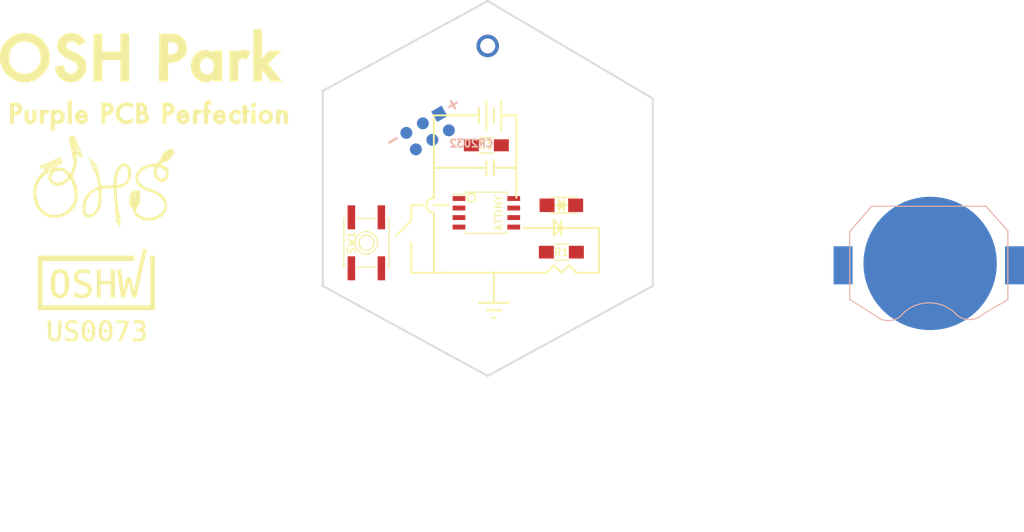
<source format=kicad_pcb>
(kicad_pcb (version 4) (host pcbnew 4.0.4-stable)

  (general
    (links 18)
    (no_connects 18)
    (area 77.872999 74.872999 122.127001 125.127001)
    (thickness 1.6)
    (drawings 59)
    (tracks 0)
    (zones 0)
    (modules 12)
    (nets 9)
  )

  (page USLetter)
  (title_block
    (title "OSH Park Badge")
    (company www.MakersBox.us)
    (comment 1 "K. Olsen")
  )

  (layers
    (0 F.Cu signal)
    (31 B.Cu signal)
    (34 B.Paste user)
    (35 F.Paste user)
    (36 B.SilkS user)
    (37 F.SilkS user)
    (38 B.Mask user)
    (39 F.Mask user)
    (40 Dwgs.User user)
    (44 Edge.Cuts user)
  )

  (setup
    (last_trace_width 0.1524)
    (user_trace_width 0.254)
    (user_trace_width 0.3048)
    (user_trace_width 0.4064)
    (user_trace_width 0.6096)
    (user_trace_width 2.032)
    (trace_clearance 0.1524)
    (zone_clearance 0.508)
    (zone_45_only no)
    (trace_min 0.1524)
    (segment_width 0.254)
    (edge_width 0.254)
    (via_size 0.6858)
    (via_drill 0.3302)
    (via_min_size 0.6858)
    (via_min_drill 0.3302)
    (user_via 1 0.5)
    (uvia_size 0.762)
    (uvia_drill 0.508)
    (uvias_allowed no)
    (uvia_min_size 0.508)
    (uvia_min_drill 0.127)
    (pcb_text_width 0.3)
    (pcb_text_size 1.5 1.5)
    (mod_edge_width 0.15)
    (mod_text_size 1 1)
    (mod_text_width 0.15)
    (pad_size 17.78 17.78)
    (pad_drill 0)
    (pad_to_mask_clearance 0)
    (aux_axis_origin 0 0)
    (grid_origin 210.82 95.25)
    (visible_elements 7FFFFFFF)
    (pcbplotparams
      (layerselection 0x010f0_80000001)
      (usegerberextensions true)
      (excludeedgelayer true)
      (linewidth 0.100000)
      (plotframeref false)
      (viasonmask false)
      (mode 1)
      (useauxorigin false)
      (hpglpennumber 1)
      (hpglpenspeed 20)
      (hpglpendiameter 15)
      (hpglpenoverlay 2)
      (psnegative false)
      (psa4output false)
      (plotreference true)
      (plotvalue true)
      (plotinvisibletext false)
      (padsonsilk false)
      (subtractmaskfromsilk false)
      (outputformat 1)
      (mirror false)
      (drillshape 0)
      (scaleselection 1)
      (outputdirectory gerbers/))
  )

  (net 0 "")
  (net 1 GND)
  (net 2 +BATT)
  (net 3 "Net-(CON1-Pad1)")
  (net 4 "Net-(CON1-Pad3)")
  (net 5 "Net-(CON1-Pad4)")
  (net 6 "Net-(CON1-Pad5)")
  (net 7 "Net-(D1-Pad1)")
  (net 8 "Net-(IC1-Pad2)")

  (net_class Default "This is the default net class."
    (clearance 0.1524)
    (trace_width 0.1524)
    (via_dia 0.6858)
    (via_drill 0.3302)
    (uvia_dia 0.762)
    (uvia_drill 0.508)
    (add_net +BATT)
    (add_net GND)
    (add_net "Net-(CON1-Pad1)")
    (add_net "Net-(CON1-Pad3)")
    (add_net "Net-(CON1-Pad4)")
    (add_net "Net-(CON1-Pad5)")
    (add_net "Net-(D1-Pad1)")
    (add_net "Net-(IC1-Pad2)")
  )

  (module myFootPrints:AVR-ISP-6 (layer B.Cu) (tedit 5860A6AE) (tstamp 586092C3)
    (at 94.82 92.25 120)
    (descr "6-lead dip package, row spacing 7.62 mm (300 mils)")
    (tags "dil dip 2.54 300")
    (path /58609061)
    (fp_text reference CON1 (at 0 2.54 120) (layer B.SilkS) hide
      (effects (font (size 1 1) (thickness 0.15)) (justify mirror))
    )
    (fp_text value AVR-ISP-6 (at 0 3.72 120) (layer B.Fab) hide
      (effects (font (size 1 1) (thickness 0.15)) (justify mirror))
    )
    (pad 1 smd oval (at 0 0 120) (size 1.6 1.6) (layers B.Cu B.Paste B.Mask)
      (net 3 "Net-(CON1-Pad1)"))
    (pad 2 smd rect (at 2.54 0 120) (size 1.6 1.6) (layers B.Cu B.Paste B.Mask)
      (net 2 +BATT))
    (pad 3 smd oval (at 0 -2.54 120) (size 1.6 1.6) (layers B.Cu B.Paste B.Mask)
      (net 4 "Net-(CON1-Pad3)"))
    (pad 4 smd oval (at 2.54 -2.54 120) (size 1.6 1.6) (layers B.Cu B.Paste B.Mask)
      (net 5 "Net-(CON1-Pad4)"))
    (pad 5 smd oval (at 0 -5.08 120) (size 1.6 1.6) (layers B.Cu B.Paste B.Mask)
      (net 6 "Net-(CON1-Pad5)"))
    (pad 6 smd oval (at 2.54 -5.08 120) (size 1.6 1.6) (layers B.Cu B.Paste B.Mask)
      (net 1 GND))
  )

  (module myFootPrints:OSHWA (layer F.Cu) (tedit 0) (tstamp 59A28A86)
    (at 48.82 99.25)
    (fp_text reference G*** (at 0 0) (layer F.SilkS) hide
      (effects (font (thickness 0.3)))
    )
    (fp_text value LOGO (at 0.75 0) (layer F.SilkS) hide
      (effects (font (thickness 0.3)))
    )
    (fp_poly (pts (xy -1.77776 -3.298531) (xy -1.626865 -3.100186) (xy -1.567695 -2.997201) (xy -1.419852 -2.771186)
      (xy -1.28893 -2.648773) (xy -1.262327 -2.6416) (xy -1.14947 -2.546849) (xy -1.015417 -2.285008)
      (xy -0.870684 -1.889699) (xy -0.725788 -1.394544) (xy -0.591245 -0.833162) (xy -0.477571 -0.239175)
      (xy -0.444013 -0.0254) (xy -0.408133 0.186234) (xy -0.350015 0.320086) (xy -0.231464 0.388434)
      (xy -0.014285 0.403553) (xy 0.339718 0.377722) (xy 0.696296 0.341126) (xy 0.911122 0.318672)
      (xy 1.672196 0.318672) (xy 2.015345 0.254297) (xy 2.333759 0.180434) (xy 2.6016 0.097493)
      (xy 2.928139 -0.130812) (xy 3.140131 -0.513076) (xy 3.228823 -1.029772) (xy 3.22642 -1.296668)
      (xy 3.164702 -1.778589) (xy 3.038414 -2.07821) (xy 2.838341 -2.208746) (xy 2.599591 -2.195686)
      (xy 2.281504 -2.014647) (xy 2.02304 -1.660326) (xy 1.836616 -1.157082) (xy 1.734647 -0.529273)
      (xy 1.73186 -0.493302) (xy 1.672196 0.318672) (xy 0.911122 0.318672) (xy 1.3208 0.275852)
      (xy 1.323223 -0.243074) (xy 1.392258 -0.959633) (xy 1.583156 -1.580674) (xy 1.882186 -2.079139)
      (xy 2.275622 -2.427969) (xy 2.483735 -2.53043) (xy 2.742746 -2.613658) (xy 2.918296 -2.600769)
      (xy 3.110426 -2.482925) (xy 3.12239 -2.474024) (xy 3.388314 -2.167484) (xy 3.574876 -1.737576)
      (xy 3.649303 -1.27) (xy 3.573409 -0.653074) (xy 3.327893 -0.125068) (xy 2.932033 0.288326)
      (xy 2.405107 0.561413) (xy 2.239908 0.60847) (xy 1.7272 0.731467) (xy 1.728033 1.356333)
      (xy 1.746479 1.908871) (xy 1.795431 2.529538) (xy 1.867299 3.155145) (xy 1.954492 3.722506)
      (xy 2.04942 4.168433) (xy 2.077682 4.2672) (xy 2.155341 4.610371) (xy 2.197362 4.992947)
      (xy 2.20429 5.362928) (xy 2.17667 5.668314) (xy 2.115044 5.857105) (xy 2.06067 5.8928)
      (xy 1.962122 5.806217) (xy 1.9304 5.643848) (xy 1.863574 5.412304) (xy 1.7526 5.295397)
      (xy 1.658443 5.20348) (xy 1.600933 5.027938) (xy 1.570655 4.724982) (xy 1.566431 4.591726)
      (xy 1.750015 4.591726) (xy 1.77664 4.814202) (xy 1.785535 4.846668) (xy 1.868275 5.1308)
      (xy 1.906982 4.842111) (xy 1.916739 4.614333) (xy 1.887244 4.494978) (xy 1.7917 4.468663)
      (xy 1.750015 4.591726) (xy 1.566431 4.591726) (xy 1.560396 4.401349) (xy 1.545055 3.970063)
      (xy 1.514602 3.414274) (xy 1.473732 2.811712) (xy 1.435701 2.3368) (xy 1.393204 1.835795)
      (xy 1.357913 1.397683) (xy 1.333386 1.068179) (xy 1.323177 0.892999) (xy 1.323105 0.889)
      (xy 1.292878 0.790797) (xy 1.176027 0.738455) (xy 0.928434 0.720366) (xy 0.6858 0.721327)
      (xy 0.250486 0.730479) (xy -0.042812 0.764077) (xy -0.222128 0.856005) (xy -0.315496 1.040148)
      (xy -0.350952 1.35039) (xy -0.35653 1.820618) (xy -0.356551 1.9812) (xy -0.362129 2.498249)
      (xy -0.383584 2.86726) (xy -0.429559 3.143265) (xy -0.508692 3.381296) (xy -0.610551 3.59897)
      (xy -0.972049 4.109747) (xy -1.315292 4.38637) (xy -1.74621 4.608751) (xy -2.094159 4.661836)
      (xy -2.389458 4.545017) (xy -2.581769 4.361004) (xy -2.735575 4.142621) (xy -2.815313 3.906171)
      (xy -2.842867 3.573296) (xy -2.844234 3.421204) (xy -2.837672 3.265379) (xy -2.499239 3.265379)
      (xy -2.475861 3.699246) (xy -2.37821 4.039956) (xy -2.315268 4.1402) (xy -2.103386 4.251804)
      (xy -1.802204 4.240562) (xy -1.481353 4.110244) (xy -1.455141 4.093624) (xy -1.260722 3.901982)
      (xy -1.054779 3.602816) (xy -0.951708 3.407824) (xy -0.83392 3.11914) (xy -0.76152 2.828447)
      (xy -0.724397 2.472016) (xy -0.712441 1.986122) (xy -0.712193 1.898153) (xy -0.713396 1.442749)
      (xy -0.723789 1.155807) (xy -0.751908 1.00259) (xy -0.806286 0.948363) (xy -0.895456 0.958388)
      (xy -0.9398 0.971682) (xy -1.391377 1.20627) (xy -1.811402 1.595985) (xy -2.160673 2.092901)
      (xy -2.399989 2.649089) (xy -2.441738 2.807951) (xy -2.499239 3.265379) (xy -2.837672 3.265379)
      (xy -2.82714 3.015337) (xy -2.78372 2.634249) (xy -2.743427 2.4384) (xy -2.523268 1.95113)
      (xy -2.16157 1.465182) (xy -1.711055 1.041492) (xy -1.310766 0.782461) (xy -0.747729 0.494513)
      (xy -0.837952 -0.178891) (xy -0.946496 -0.762862) (xy -1.116409 -1.236537) (xy -1.383226 -1.691169)
      (xy -1.479709 -1.826893) (xy -1.641986 -2.111379) (xy -1.656273 -2.177079) (xy -1.402287 -2.177079)
      (xy -1.351208 -1.985415) (xy -1.25729 -1.846285) (xy -1.212354 -1.8288) (xy -1.125282 -1.909019)
      (xy -1.119156 -1.9558) (xy -1.164854 -2.138654) (xy -1.263035 -2.286328) (xy -1.361802 -2.325837)
      (xy -1.375353 -2.316115) (xy -1.402287 -2.177079) (xy -1.656273 -2.177079) (xy -1.692684 -2.344509)
      (xy -1.687548 -2.37586) (xy -1.695823 -2.603018) (xy -1.783441 -2.855322) (xy -1.887491 -3.088049)
      (xy -1.9304 -3.246155) (xy -1.887807 -3.353274) (xy -1.77776 -3.298531)) (layer F.SilkS) (width 0.01))
    (fp_poly (pts (xy 9.060999 -4.484864) (xy 9.190233 -4.37309) (xy 9.402858 -4.117815) (xy 9.427916 -3.929844)
      (xy 9.2964 -3.824059) (xy 9.161708 -3.713565) (xy 9.144 -3.655361) (xy 9.085036 -3.513707)
      (xy 8.937007 -3.289333) (xy 8.86678 -3.197715) (xy 8.589383 -2.931633) (xy 8.253375 -2.802239)
      (xy 8.158854 -2.785699) (xy 7.833138 -2.708801) (xy 7.635377 -2.606951) (xy 7.587704 -2.501414)
      (xy 7.712251 -2.41346) (xy 7.75781 -2.400341) (xy 7.988598 -2.291897) (xy 8.255887 -2.099407)
      (xy 8.319341 -2.043078) (xy 8.516789 -1.827454) (xy 8.610145 -1.607668) (xy 8.635752 -1.291208)
      (xy 8.636 -1.237033) (xy 8.564308 -0.755379) (xy 8.369821 -0.393169) (xy 8.083419 -0.168367)
      (xy 7.735983 -0.09894) (xy 7.358395 -0.202851) (xy 7.126577 -0.358925) (xy 6.865185 -0.662927)
      (xy 6.688583 -1.030551) (xy 6.628099 -1.385723) (xy 6.640586 -1.473937) (xy 7.022678 -1.473937)
      (xy 7.054414 -1.095329) (xy 7.203136 -0.782592) (xy 7.44846 -0.579322) (xy 7.758041 -0.52784)
      (xy 8.036899 -0.618093) (xy 8.217152 -0.855132) (xy 8.299597 -1.226051) (xy 8.181728 -1.568723)
      (xy 7.864958 -1.879299) (xy 7.832233 -1.901857) (xy 7.532798 -2.078704) (xy 7.337016 -2.11471)
      (xy 7.200447 -2.008169) (xy 7.128308 -1.87482) (xy 7.022678 -1.473937) (xy 6.640586 -1.473937)
      (xy 6.647447 -1.522405) (xy 6.72624 -1.799226) (xy 6.767532 -1.943905) (xy 6.789246 -2.065981)
      (xy 6.734715 -2.124593) (xy 6.560508 -2.134463) (xy 6.266082 -2.113889) (xy 5.691726 -1.983323)
      (xy 5.205847 -1.711759) (xy 4.838613 -1.328005) (xy 4.620195 -0.860868) (xy 4.572 -0.496317)
      (xy 4.663549 -0.173165) (xy 4.908618 0.154064) (xy 5.262834 0.4433) (xy 5.681827 0.652468)
      (xy 5.831528 0.697964) (xy 6.364676 0.864252) (xy 6.900023 1.085776) (xy 7.373454 1.3323)
      (xy 7.720852 1.573583) (xy 7.756304 1.60572) (xy 8.156361 2.099819) (xy 8.372867 2.624676)
      (xy 8.417598 3.155033) (xy 8.302329 3.665627) (xy 8.038833 4.131199) (xy 7.638887 4.526488)
      (xy 7.114266 4.826234) (xy 6.476744 5.005177) (xy 6.155628 5.039589) (xy 5.775554 5.044894)
      (xy 5.441375 5.021843) (xy 5.277266 4.989752) (xy 4.66171 4.716456) (xy 4.22865 4.35935)
      (xy 3.980066 3.920138) (xy 3.961752 3.858394) (xy 3.820388 3.520468) (xy 3.613753 3.206739)
      (xy 3.600469 3.191377) (xy 3.447542 2.991468) (xy 3.381497 2.795771) (xy 3.382322 2.520898)
      (xy 3.398918 2.351516) (xy 3.45117 2.006324) (xy 3.518869 1.723361) (xy 3.550838 1.640522)
      (xy 3.921062 1.640522) (xy 3.922961 1.643983) (xy 4.034606 1.697351) (xy 4.227294 1.726426)
      (xy 4.404334 1.723443) (xy 4.4704 1.687931) (xy 4.382565 1.647323) (xy 4.171344 1.604771)
      (xy 4.170965 1.604715) (xy 3.978099 1.597592) (xy 3.921062 1.640522) (xy 3.550838 1.640522)
      (xy 3.558143 1.621595) (xy 3.643103 1.359298) (xy 3.6576 1.220809) (xy 3.675519 1.100223)
      (xy 3.761351 1.040277) (xy 3.963207 1.025696) (xy 4.238663 1.036329) (xy 4.819727 1.0668)
      (xy 4.812151 1.96477) (xy 4.803972 2.40235) (xy 4.780094 2.688414) (xy 4.728076 2.874617)
      (xy 4.635478 3.012617) (xy 4.535887 3.111882) (xy 4.31749 3.421379) (xy 4.289879 3.746679)
      (xy 4.444587 4.063729) (xy 4.773147 4.348479) (xy 5.017262 4.479163) (xy 5.604044 4.651124)
      (xy 6.213415 4.666158) (xy 6.801586 4.537117) (xy 7.324769 4.276855) (xy 7.739175 3.898226)
      (xy 7.912509 3.629304) (xy 8.053641 3.32558) (xy 8.103928 3.105538) (xy 8.075246 2.877533)
      (xy 8.030678 2.717415) (xy 7.780582 2.220139) (xy 7.362393 1.784299) (xy 6.808874 1.440564)
      (xy 6.5532 1.334381) (xy 6.14052 1.184473) (xy 5.726892 1.033525) (xy 5.501118 0.950714)
      (xy 4.933955 0.662331) (xy 4.534466 0.294679) (xy 4.295813 -0.127419) (xy 4.211153 -0.579146)
      (xy 4.273646 -1.035678) (xy 4.476452 -1.472197) (xy 4.81273 -1.863882) (xy 5.275638 -2.185913)
      (xy 5.858337 -2.413469) (xy 6.456352 -2.515192) (xy 6.848405 -2.562522) (xy 7.108213 -2.644142)
      (xy 7.306537 -2.785505) (xy 7.362513 -2.841161) (xy 7.555478 -3.124934) (xy 7.666119 -3.440242)
      (xy 7.668781 -3.458773) (xy 7.816798 -3.834007) (xy 8.156345 -4.146737) (xy 8.382 -4.271548)
      (xy 8.636415 -4.41226) (xy 8.758433 -4.492158) (xy 8.904904 -4.55282) (xy 9.060999 -4.484864)) (layer F.SilkS) (width 0.01))
    (fp_poly (pts (xy -3.940316 -6.161863) (xy -3.833394 -5.991422) (xy -3.7285 -5.7404) (xy -3.587074 -5.394962)
      (xy -3.400041 -4.952429) (xy -3.204813 -4.501173) (xy -3.180007 -4.444719) (xy -3.028725 -4.074177)
      (xy -2.926836 -3.770882) (xy -2.89018 -3.584373) (xy -2.895775 -3.555719) (xy -3.054131 -3.45852)
      (xy -3.261754 -3.500947) (xy -3.430822 -3.6576) (xy -3.554127 -3.81) (xy -3.2512 -3.81)
      (xy -3.2004 -3.7592) (xy -3.1496 -3.81) (xy -3.2004 -3.8608) (xy -3.2512 -3.81)
      (xy -3.554127 -3.81) (xy -3.575147 -3.835979) (xy -3.659288 -3.828645) (xy -3.674882 -3.64637)
      (xy -3.635113 -3.394494) (xy -3.581182 -2.781069) (xy -3.687023 -2.14537) (xy -3.941633 -1.482059)
      (xy -4.219231 -0.892004) (xy -3.86312 -0.166602) (xy -3.693311 0.195134) (xy -3.588045 0.484655)
      (xy -3.531982 0.774596) (xy -3.509784 1.137591) (xy -3.506105 1.524) (xy -3.510498 1.987995)
      (xy -3.533987 2.313208) (xy -3.590481 2.563993) (xy -3.693888 2.804701) (xy -3.839815 3.068082)
      (xy -4.236227 3.640414) (xy -4.702374 4.071241) (xy -5.303029 4.419794) (xy -5.334 4.434372)
      (xy -5.901575 4.615392) (xy -6.533363 4.681456) (xy -7.15319 4.631702) (xy -7.684878 4.465271)
      (xy -7.693532 4.461022) (xy -8.241611 4.093392) (xy -8.728599 3.586845) (xy -9.095915 3.005648)
      (xy -9.16676 2.8448) (xy -9.31935 2.295984) (xy -9.393979 1.659255) (xy -9.393454 1.562212)
      (xy -9.017857 1.562212) (xy -9.01707 1.5748) (xy -8.888456 2.364019) (xy -8.62297 3.037793)
      (xy -8.239887 3.583206) (xy -7.758479 3.987338) (xy -7.198019 4.237273) (xy -6.577779 4.320094)
      (xy -5.917033 4.222881) (xy -5.381508 4.011531) (xy -4.932478 3.714532) (xy -4.502624 3.311021)
      (xy -4.156166 2.867572) (xy -4.003328 2.582842) (xy -3.858438 1.988789) (xy -3.88119 1.296868)
      (xy -4.072192 0.501752) (xy -4.315362 -0.140246) (xy -4.484196 -0.534491) (xy -4.807498 -0.2318)
      (xy -5.186241 0.095791) (xy -5.501713 0.291743) (xy -5.814682 0.38537) (xy -6.13056 0.4064)
      (xy -6.439276 0.38963) (xy -6.663824 0.313755) (xy -6.889344 0.140423) (xy -7.035563 -0.001257)
      (xy -7.268807 -0.24994) (xy -7.381815 -0.437444) (xy -7.406186 -0.637632) (xy -7.390861 -0.790831)
      (xy -7.008838 -0.790831) (xy -6.958558 -0.481517) (xy -6.742699 -0.210575) (xy -6.349554 -0.020367)
      (xy -5.911806 -0.020111) (xy -5.45199 -0.207972) (xy -5.273675 -0.3302) (xy -5.021804 -0.540162)
      (xy -4.845752 -0.719178) (xy -4.798736 -0.791523) (xy -4.842012 -0.931089) (xy -5.000236 -1.142467)
      (xy -5.128194 -1.274123) (xy -5.401345 -1.498658) (xy -5.652321 -1.601847) (xy -5.95865 -1.6256)
      (xy -6.366275 -1.554198) (xy -6.691387 -1.36563) (xy -6.912678 -1.098355) (xy -7.008838 -0.790831)
      (xy -7.390861 -0.790831) (xy -7.387538 -0.824043) (xy -7.291356 -1.163864) (xy -7.126833 -1.462575)
      (xy -7.094929 -1.500941) (xy -6.988676 -1.627209) (xy -7.001822 -1.647698) (xy -7.150541 -1.557118)
      (xy -7.358417 -1.414755) (xy -8.033704 -0.883448) (xy -8.522165 -0.347361) (xy -8.838927 0.220768)
      (xy -8.999116 0.848205) (xy -9.017857 1.562212) (xy -9.393454 1.562212) (xy -9.390439 1.005896)
      (xy -9.308524 0.407188) (xy -9.175019 -0.010115) (xy -8.922942 -0.479684) (xy -8.612266 -0.940182)
      (xy -8.375238 -1.225816) (xy -8.00149 -1.225816) (xy -7.987593 -1.2192) (xy -7.894874 -1.290725)
      (xy -7.874 -1.3208) (xy -7.848111 -1.415785) (xy -7.862008 -1.4224) (xy -7.954727 -1.350876)
      (xy -7.9756 -1.3208) (xy -8.00149 -1.225816) (xy -8.375238 -1.225816) (xy -8.288188 -1.330716)
      (xy -8.008216 -1.582047) (xy -7.883641 -1.695627) (xy -7.510233 -1.695627) (xy -7.478217 -1.690489)
      (xy -7.317602 -1.774015) (xy -7.068161 -1.921108) (xy -6.769664 -2.106673) (xy -6.461884 -2.305613)
      (xy -6.184594 -2.49283) (xy -5.977563 -2.643228) (xy -5.8928 -2.716254) (xy -5.902952 -2.737319)
      (xy -6.035787 -2.674802) (xy -6.243644 -2.555909) (xy -6.478865 -2.407844) (xy -6.686874 -2.262991)
      (xy -6.907631 -2.119404) (xy -7.05632 -2.061592) (xy -7.079969 -2.067702) (xy -7.163156 -2.067983)
      (xy -7.310105 -1.936126) (xy -7.510233 -1.695627) (xy -7.883641 -1.695627) (xy -7.817188 -1.756214)
      (xy -7.81836 -1.871843) (xy -8.006177 -1.917131) (xy -8.162648 -1.910261) (xy -8.394269 -1.914427)
      (xy -8.494646 -2.010364) (xy -8.514747 -2.098127) (xy -8.509787 -2.151763) (xy -8.091043 -2.151763)
      (xy -7.974084 -2.138906) (xy -7.8994 -2.137577) (xy -7.696691 -2.164402) (xy -7.62 -2.228354)
      (xy -7.534981 -2.326392) (xy -7.3914 -2.388832) (xy -7.136581 -2.476638) (xy -6.860949 -2.592037)
      (xy -6.629705 -2.705072) (xy -6.508051 -2.785788) (xy -6.5024 -2.797285) (xy -6.588894 -2.787397)
      (xy -6.823343 -2.708745) (xy -7.168201 -2.575506) (xy -7.585918 -2.401854) (xy -7.8232 -2.298638)
      (xy -8.04458 -2.196909) (xy -8.091043 -2.151763) (xy -8.509787 -2.151763) (xy -8.502006 -2.235898)
      (xy -8.38906 -2.342322) (xy -8.134065 -2.449907) (xy -8.006747 -2.492796) (xy -7.652794 -2.623984)
      (xy -7.204236 -2.811695) (xy -7.01829 -2.896269) (xy -6.386543 -2.896269) (xy -6.3447 -2.883716)
      (xy -6.221417 -2.912918) (xy -6.01785 -2.99362) (xy -5.936021 -3.060264) (xy -5.930001 -3.142466)
      (xy -6.046495 -3.124515) (xy -6.23657 -3.015329) (xy -6.254382 -3.002254) (xy -6.386543 -2.896269)
      (xy -7.01829 -2.896269) (xy -6.747198 -3.019569) (xy -6.662089 -3.060491) (xy -6.302009 -3.232108)
      (xy -6.020864 -3.359637) (xy -5.860802 -3.424256) (xy -5.839524 -3.427822) (xy -5.723692 -3.220715)
      (xy -5.621058 -2.97176) (xy -5.558271 -2.755649) (xy -5.561154 -2.647654) (xy -5.683405 -2.563306)
      (xy -5.917678 -2.406851) (xy -6.127293 -2.268641) (xy -6.615786 -1.948155) (xy -6.20963 -2.002632)
      (xy -5.745281 -2.019014) (xy -5.359348 -1.909619) (xy -4.975884 -1.649446) (xy -4.878815 -1.564534)
      (xy -4.479552 -1.203824) (xy -4.338613 -1.541712) (xy -4.138983 -2.052894) (xy -4.029281 -2.427009)
      (xy -4.000903 -2.704704) (xy -4.045244 -2.926623) (xy -4.045376 -2.926976) (xy -4.109508 -3.157941)
      (xy -4.162882 -3.412067) (xy -3.954379 -3.412067) (xy -3.9357 -3.28029) (xy -3.901017 -3.278717)
      (xy -3.876763 -3.414698) (xy -3.892996 -3.47345) (xy -3.93811 -3.511935) (xy -3.954379 -3.412067)
      (xy -4.162882 -3.412067) (xy -4.18536 -3.519085) (xy -4.25822 -3.939112) (xy -4.269542 -4.0132)
      (xy -4.304887 -4.213322) (xy -4.037723 -4.213322) (xy -4.017378 -4.17236) (xy -3.920499 -4.06732)
      (xy -3.902677 -4.141396) (xy -3.927341 -4.220782) (xy -4.002141 -4.331429) (xy -4.035926 -4.329142)
      (xy -4.037723 -4.213322) (xy -4.304887 -4.213322) (xy -4.356224 -4.503979) (xy -4.437567 -4.8768)
      (xy -4.1656 -4.8768) (xy -4.128427 -4.793172) (xy -4.097867 -4.809067) (xy -4.085708 -4.929643)
      (xy -4.089325 -4.934073) (xy -3.735795 -4.934073) (xy -3.725513 -4.825562) (xy -3.665832 -4.688982)
      (xy -3.574861 -4.426359) (xy -3.556 -4.27388) (xy -3.494621 -4.103711) (xy -3.404921 -4.064)
      (xy -3.329518 -4.096165) (xy -3.34335 -4.219135) (xy -3.452524 -4.472621) (xy -3.474883 -4.518971)
      (xy -3.607962 -4.771018) (xy -3.7063 -4.917495) (xy -3.735795 -4.934073) (xy -4.089325 -4.934073)
      (xy -4.097867 -4.944534) (xy -4.158268 -4.930587) (xy -4.1656 -4.8768) (xy -4.437567 -4.8768)
      (xy -4.467218 -5.0127) (xy -4.512312 -5.1816) (xy -4.2672 -5.1816) (xy -4.230027 -5.097972)
      (xy -4.199467 -5.113867) (xy -4.192637 -5.1816) (xy -3.8608 -5.1816) (xy -3.823627 -5.097972)
      (xy -3.793067 -5.113867) (xy -3.780908 -5.234443) (xy -3.793067 -5.249334) (xy -3.853468 -5.235387)
      (xy -3.8608 -5.1816) (xy -4.192637 -5.1816) (xy -4.187308 -5.234443) (xy -4.199467 -5.249334)
      (xy -4.259868 -5.235387) (xy -4.2672 -5.1816) (xy -4.512312 -5.1816) (xy -4.578658 -5.430095)
      (xy -4.579814 -5.433822) (xy -4.661715 -5.739493) (xy -4.418256 -5.739493) (xy -4.398887 -5.590603)
      (xy -4.396109 -5.579856) (xy -4.335856 -5.443669) (xy -4.288764 -5.472511) (xy -4.3112 -5.65655)
      (xy -4.351686 -5.713126) (xy -4.418256 -5.739493) (xy -4.661715 -5.739493) (xy -4.667445 -5.760878)
      (xy -4.697277 -5.9436) (xy -4.1656 -5.9436) (xy -4.1148 -5.8928) (xy -4.064 -5.9436)
      (xy -4.1148 -5.9944) (xy -4.1656 -5.9436) (xy -4.697277 -5.9436) (xy -4.707718 -6.007546)
      (xy -4.695699 -6.111348) (xy -4.552801 -6.167878) (xy -4.302619 -6.212008) (xy -4.276472 -6.214726)
      (xy -4.070952 -6.221533) (xy -3.940316 -6.161863)) (layer F.SilkS) (width 0.01))
  )

  (module Housings_SOIC:SOIJ-8_5.3x5.3mm_Pitch1.27mm (layer F.Cu) (tedit 58D85853) (tstamp 58C47A99)
    (at 99.82 103.25)
    (descr "8-Lead Plastic Small Outline (SM) - Medium, 5.28 mm Body [SOIC] (see Microchip Packaging Specification 00000049BS.pdf)")
    (tags "SOIC 1.27")
    (path /58C478D3)
    (attr smd)
    (fp_text reference ATTINY (at 1.651 0 90) (layer F.SilkS)
      (effects (font (size 1 1) (thickness 0.15)))
    )
    (fp_text value ATTINY (at 0 3.68) (layer F.Fab)
      (effects (font (size 1 1) (thickness 0.15)))
    )
    (fp_circle (center -2 -2) (end -2.25 -2.5) (layer F.SilkS) (width 0.2))
    (fp_line (start -4.75 -2.95) (end -4.75 2.95) (layer F.CrtYd) (width 0.05))
    (fp_line (start 4.75 -2.95) (end 4.75 2.95) (layer F.CrtYd) (width 0.05))
    (fp_line (start -4.75 -2.95) (end 4.75 -2.95) (layer F.CrtYd) (width 0.05))
    (fp_line (start -4.75 2.95) (end 4.75 2.95) (layer F.CrtYd) (width 0.05))
    (fp_line (start -2.75 -2.755) (end -2.75 -2.455) (layer F.SilkS) (width 0.15))
    (fp_line (start 2.75 -2.755) (end 2.75 -2.455) (layer F.SilkS) (width 0.15))
    (fp_line (start 2.75 2.755) (end 2.75 2.455) (layer F.SilkS) (width 0.15))
    (fp_line (start -2.75 2.755) (end -2.75 2.455) (layer F.SilkS) (width 0.15))
    (fp_line (start -2.75 -2.755) (end 2.75 -2.755) (layer F.SilkS) (width 0.15))
    (fp_line (start -2.75 2.755) (end 2.75 2.755) (layer F.SilkS) (width 0.15))
    (fp_line (start -2.75 -2.455) (end -4.5 -2.455) (layer F.SilkS) (width 0.15))
    (pad 1 smd rect (at -3.65 -1.905) (size 1.7 0.65) (layers F.Cu F.Paste F.Mask)
      (net 6 "Net-(CON1-Pad5)"))
    (pad 2 smd rect (at -3.65 -0.635) (size 1.7 0.65) (layers F.Cu F.Paste F.Mask)
      (net 8 "Net-(IC1-Pad2)"))
    (pad 3 smd rect (at -3.65 0.635) (size 1.7 0.65) (layers F.Cu F.Paste F.Mask))
    (pad 4 smd rect (at -3.65 1.905) (size 1.7 0.65) (layers F.Cu F.Paste F.Mask)
      (net 1 GND))
    (pad 5 smd rect (at 3.65 1.905) (size 1.7 0.65) (layers F.Cu F.Paste F.Mask)
      (net 5 "Net-(CON1-Pad4)"))
    (pad 6 smd rect (at 3.65 0.635) (size 1.7 0.65) (layers F.Cu F.Paste F.Mask)
      (net 3 "Net-(CON1-Pad1)"))
    (pad 7 smd rect (at 3.65 -0.635) (size 1.7 0.65) (layers F.Cu F.Paste F.Mask)
      (net 4 "Net-(CON1-Pad3)"))
    (pad 8 smd rect (at 3.65 -1.905) (size 1.7 0.65) (layers F.Cu F.Paste F.Mask)
      (net 2 +BATT))
    (model Housings_SOIC.3dshapes/SOIJ-8_5.3x5.3mm_Pitch1.27mm.wrl
      (at (xyz 0 0 0))
      (scale (xyz 1 1 1))
      (rotate (xyz 0 0 0))
    )
  )

  (module LEDs:LED-1206 (layer F.Cu) (tedit 58C4D23A) (tstamp 58C47B3C)
    (at 109.82 102.25 180)
    (descr "LED 1206 smd package")
    (tags "LED1206 SMD")
    (path /58C49927)
    (attr smd)
    (fp_text reference D1 (at 0 -2 180) (layer F.SilkS) hide
      (effects (font (size 1 1) (thickness 0.15)))
    )
    (fp_text value LED (at 0 2 180) (layer F.Fab)
      (effects (font (size 1 1) (thickness 0.15)))
    )
    (fp_line (start -0.762 0) (end 0.762 0) (layer F.SilkS) (width 0.25))
    (fp_line (start -0.381 -0.762) (end -0.381 0.762) (layer F.SilkS) (width 0.25))
    (fp_line (start -0.635 0) (end -0.508 0) (layer F.SilkS) (width 0.15))
    (fp_line (start 0.254 0.635) (end 0.381 0.762) (layer F.SilkS) (width 0.15))
    (fp_line (start 0.254 -0.635) (end 0.381 -0.762) (layer F.SilkS) (width 0.15))
    (fp_line (start 0.381 -0.762) (end 0.381 0.762) (layer F.SilkS) (width 0.15))
    (fp_line (start 0.127 -0.508) (end 0.254 -0.635) (layer F.SilkS) (width 0.15))
    (fp_line (start 0.127 0.508) (end 0.254 0.635) (layer F.SilkS) (width 0.15))
    (fp_line (start 0.254 0.508) (end 0.254 0.635) (layer F.SilkS) (width 0.15))
    (fp_line (start 0.254 -0.635) (end 0.254 0.508) (layer F.SilkS) (width 0.15))
    (fp_line (start -2.15 1.05) (end 1.45 1.05) (layer F.SilkS) (width 0.15))
    (fp_line (start -2.15 -1.05) (end 1.45 -1.05) (layer F.SilkS) (width 0.15))
    (fp_line (start 0.027 -0.3) (end 0.027 0.3) (layer F.SilkS) (width 0.15))
    (fp_line (start 0.027 0.3) (end -0.273 0) (layer F.SilkS) (width 0.15))
    (fp_line (start -0.273 0) (end -0.073 -0.2) (layer F.SilkS) (width 0.15))
    (fp_line (start -0.073 -0.2) (end -0.073 0.05) (layer F.SilkS) (width 0.15))
    (fp_line (start -0.073 0.05) (end -0.123 0) (layer F.SilkS) (width 0.15))
    (fp_line (start 0.127 0) (end 0.627 0) (layer F.SilkS) (width 0.15))
    (fp_line (start -0.373 0) (end 0.127 -0.5) (layer F.SilkS) (width 0.15))
    (fp_line (start 0.127 -0.5) (end 0.127 0.5) (layer F.SilkS) (width 0.15))
    (fp_line (start 0.127 0.5) (end -0.373 0) (layer F.SilkS) (width 0.15))
    (fp_line (start 2.5 -1.25) (end -2.5 -1.25) (layer F.CrtYd) (width 0.05))
    (fp_line (start -2.5 -1.25) (end -2.5 1.25) (layer F.CrtYd) (width 0.05))
    (fp_line (start -2.5 1.25) (end 2.5 1.25) (layer F.CrtYd) (width 0.05))
    (fp_line (start 2.5 1.25) (end 2.5 -1.25) (layer F.CrtYd) (width 0.05))
    (pad 2 smd rect (at 1.905 0) (size 2 1.80086) (layers F.Cu F.Paste F.Mask)
      (net 5 "Net-(CON1-Pad4)"))
    (pad 1 smd rect (at -1.905 0) (size 2 1.80086) (layers F.Cu F.Paste F.Mask)
      (net 7 "Net-(D1-Pad1)"))
    (model LEDs.3dshapes/LED_1206.wrl
      (at (xyz 0 0 0))
      (scale (xyz 1 1 1))
      (rotate (xyz 0 0 0))
    )
  )

  (module myFootPrints:BATT_CR2032_SMD (layer B.Cu) (tedit 598FCE2F) (tstamp 586093B2)
    (at 158.82 110.25 180)
    (tags battery)
    (path /56CFA61E)
    (fp_text reference BT1 (at 0 -5.08 180) (layer B.SilkS) hide
      (effects (font (size 1.72974 1.08712) (thickness 0.27178)) (justify mirror))
    )
    (fp_text value Battery (at 0 2.54 180) (layer B.SilkS) hide
      (effects (font (size 1.524 1.016) (thickness 0.254)) (justify mirror))
    )
    (fp_line (start -7.1755 -6.5405) (end -10.541 -4.572) (layer B.SilkS) (width 0.15))
    (fp_line (start 7.1755 -6.6675) (end 10.541 -4.572) (layer B.SilkS) (width 0.15))
    (fp_arc (start -5.4229 -4.6355) (end -3.5179 -6.4135) (angle -90) (layer B.SilkS) (width 0.15))
    (fp_arc (start 5.4102 -4.7625) (end 7.1882 -6.6675) (angle -90) (layer B.SilkS) (width 0.15))
    (fp_arc (start -0.0635 -10.033) (end -3.556 -6.4135) (angle -90) (layer B.SilkS) (width 0.15))
    (fp_line (start 7.62 7.874) (end 10.541 4.5085) (layer B.SilkS) (width 0.15))
    (fp_line (start -10.541 4.572) (end -7.5565 7.9375) (layer B.SilkS) (width 0.15))
    (fp_line (start -7.62 7.874) (end 7.62 7.874) (layer B.SilkS) (width 0.15))
    (fp_line (start -10.541 -4.572) (end -10.541 4.572) (layer B.SilkS) (width 0.15))
    (fp_line (start 10.541 -4.572) (end 10.541 4.572) (layer B.SilkS) (width 0.15))
    (fp_circle (center 0 0) (end -10.16 0) (layer Dwgs.User) (width 0.15))
    (pad 2 smd circle (at -0.18 0.25 180) (size 17.78 17.78) (layers B.Cu B.Paste B.Mask)
      (net 1 GND))
    (pad 1 smd rect (at -11.43 0 180) (size 2.54 5.08) (layers B.Cu B.Paste B.Mask)
      (net 2 +BATT))
    (pad 1 smd rect (at 11.43 0 180) (size 2.54 5.08) (layers B.Cu B.Paste B.Mask)
      (net 2 +BATT))
  )

  (module Pin_Headers:Pin_Header_Straight_1x01 (layer F.Cu) (tedit 598FCE21) (tstamp 5860AB5B)
    (at 99.82 81.25)
    (descr "Through hole pin header")
    (tags "pin header")
    (path /5860AE9A)
    (fp_text reference P1 (at -0.6 -0.5) (layer F.SilkS) hide
      (effects (font (size 0.127 0.127) (thickness 0.03175)))
    )
    (fp_text value CONN_01X01 (at 0 0.9) (layer F.Fab)
      (effects (font (size 0.127 0.127) (thickness 0.03175)))
    )
    (pad "" thru_hole circle (at 0.18 -0.25) (size 3 3) (drill 2) (layers *.Cu *.Mask))
  )

  (module Capacitors_SMD:C_1206_HandSoldering (layer F.Cu) (tedit 58C47DA8) (tstamp 58C47A8D)
    (at 99.82 94.25)
    (descr "Capacitor SMD 1206, hand soldering")
    (tags "capacitor 1206")
    (path /553FDF53)
    (attr smd)
    (fp_text reference C1 (at 0 0) (layer F.SilkS)
      (effects (font (size 1 1) (thickness 0.15)))
    )
    (fp_text value "0.1 uF" (at 0 2.3) (layer F.Fab)
      (effects (font (size 1 1) (thickness 0.15)))
    )
    (fp_line (start -3.3 -1.15) (end 3.3 -1.15) (layer F.CrtYd) (width 0.05))
    (fp_line (start -3.3 1.15) (end 3.3 1.15) (layer F.CrtYd) (width 0.05))
    (fp_line (start -3.3 -1.15) (end -3.3 1.15) (layer F.CrtYd) (width 0.05))
    (fp_line (start 3.3 -1.15) (end 3.3 1.15) (layer F.CrtYd) (width 0.05))
    (fp_line (start 1 -1.025) (end -1 -1.025) (layer F.SilkS) (width 0.15))
    (fp_line (start -1 1.025) (end 1 1.025) (layer F.SilkS) (width 0.15))
    (pad 1 smd rect (at -2 0) (size 2 1.6) (layers F.Cu F.Paste F.Mask)
      (net 1 GND))
    (pad 2 smd rect (at 2 0) (size 2 1.6) (layers F.Cu F.Paste F.Mask)
      (net 2 +BATT))
    (model Capacitors_SMD.3dshapes/C_1206_HandSoldering.wrl
      (at (xyz 0 0 0))
      (scale (xyz 1 1 1))
      (rotate (xyz 0 0 0))
    )
  )

  (module Resistors_SMD:R_1206_HandSoldering (layer F.Cu) (tedit 58C47DAE) (tstamp 58C47A9F)
    (at 109.82 108.5 180)
    (descr "Resistor SMD 1206, hand soldering")
    (tags "resistor 1206")
    (path /56CEB2B5)
    (attr smd)
    (fp_text reference R1 (at 0 0 180) (layer F.SilkS)
      (effects (font (size 1 1) (thickness 0.15)))
    )
    (fp_text value 330 (at 0 2.3 180) (layer F.Fab)
      (effects (font (size 1 1) (thickness 0.15)))
    )
    (fp_line (start -3.3 -1.2) (end 3.3 -1.2) (layer F.CrtYd) (width 0.05))
    (fp_line (start -3.3 1.2) (end 3.3 1.2) (layer F.CrtYd) (width 0.05))
    (fp_line (start -3.3 -1.2) (end -3.3 1.2) (layer F.CrtYd) (width 0.05))
    (fp_line (start 3.3 -1.2) (end 3.3 1.2) (layer F.CrtYd) (width 0.05))
    (fp_line (start 1 1.075) (end -1 1.075) (layer F.SilkS) (width 0.15))
    (fp_line (start -1 -1.075) (end 1 -1.075) (layer F.SilkS) (width 0.15))
    (pad 1 smd rect (at -2 0 180) (size 2 1.7) (layers F.Cu F.Paste F.Mask)
      (net 7 "Net-(D1-Pad1)"))
    (pad 2 smd rect (at 2 0 180) (size 2 1.7) (layers F.Cu F.Paste F.Mask)
      (net 1 GND))
    (model Resistors_SMD.3dshapes/R_1206_HandSoldering.wrl
      (at (xyz 0 0 0))
      (scale (xyz 1 1 1))
      (rotate (xyz 0 0 0))
    )
  )

  (module Buttons_Switches_SMD:SW_SPST_EVQP0 (layer F.Cu) (tedit 5993BC6B) (tstamp 59937E1A)
    (at 83.82 107.25 90)
    (descr "Light Touch Switch")
    (path /5993BC07)
    (attr smd)
    (fp_text reference SW1 (at 0 -2 90) (layer F.SilkS)
      (effects (font (size 1 1) (thickness 0.15)))
    )
    (fp_text value SW_PUSH (at 0 0 90) (layer F.Fab)
      (effects (font (size 1 1) (thickness 0.15)))
    )
    (fp_line (start -5.25 -3.25) (end 5.25 -3.25) (layer F.CrtYd) (width 0.05))
    (fp_line (start 5.25 -3.25) (end 5.25 3.25) (layer F.CrtYd) (width 0.05))
    (fp_line (start 5.25 3.25) (end -5.25 3.25) (layer F.CrtYd) (width 0.05))
    (fp_line (start -5.25 3.25) (end -5.25 -3.25) (layer F.CrtYd) (width 0.05))
    (fp_line (start 3.25 -3) (end 3.25 -2.8) (layer F.SilkS) (width 0.15))
    (fp_line (start 3.25 3) (end 3.25 2.8) (layer F.SilkS) (width 0.15))
    (fp_line (start -3.25 3) (end -3.25 2.8) (layer F.SilkS) (width 0.15))
    (fp_line (start -3.25 -3) (end -3.25 -2.8) (layer F.SilkS) (width 0.15))
    (fp_line (start -3.25 -1.2) (end -3.25 1.2) (layer F.SilkS) (width 0.15))
    (fp_line (start 3.25 -1.2) (end 3.25 1.2) (layer F.SilkS) (width 0.15))
    (fp_line (start 3.25 -3) (end -3.25 -3) (layer F.SilkS) (width 0.15))
    (fp_line (start -3.25 3) (end 3.25 3) (layer F.SilkS) (width 0.15))
    (fp_circle (center 0 0) (end 1 0) (layer F.SilkS) (width 0.15))
    (fp_circle (center 0 0) (end 1.5 0) (layer F.SilkS) (width 0.15))
    (pad 1 smd rect (at 3.4 -2 90) (size 3.2 1) (layers F.Cu F.Paste F.Mask)
      (net 8 "Net-(IC1-Pad2)"))
    (pad 1 smd rect (at -3.4 -2 90) (size 3.2 1) (layers F.Cu F.Paste F.Mask)
      (net 8 "Net-(IC1-Pad2)"))
    (pad 2 smd rect (at -3.4 2 90) (size 3.2 1) (layers F.Cu F.Paste F.Mask)
      (net 1 GND))
    (pad 2 smd rect (at 3.4 2 90) (size 3.2 1) (layers F.Cu F.Paste F.Mask)
      (net 1 GND))
    (model Buttons_Switches_SMD.3dshapes/SW_SPST_EVQQ2_03W.wrl
      (at (xyz 0 0 0))
      (scale (xyz 1 1 1))
      (rotate (xyz 0 0 0))
    )
  )

  (module myFootPrints:OSHPark (layer F.Cu) (tedit 0) (tstamp 59A26546)
    (at 53.82 82.25)
    (fp_text reference G*** (at 0 0) (layer F.SilkS) hide
      (effects (font (thickness 0.3)))
    )
    (fp_text value LOGO (at 0.75 0) (layer F.SilkS) hide
      (effects (font (thickness 0.3)))
    )
    (fp_poly (pts (xy -15.177669 -2.97042) (xy -14.752568 -2.913804) (xy -14.532314 -2.858981) (xy -13.969029 -2.620355)
      (xy -13.465054 -2.281636) (xy -13.031103 -1.858636) (xy -12.677894 -1.367167) (xy -12.416141 -0.823043)
      (xy -12.256561 -0.242074) (xy -12.209868 0.359927) (xy -12.220357 0.552578) (xy -12.322174 1.160422)
      (xy -12.521176 1.702922) (xy -12.826961 2.199379) (xy -13.249131 2.669094) (xy -13.294434 2.711902)
      (xy -13.808889 3.108825) (xy -14.374574 3.392002) (xy -14.98073 3.558531) (xy -15.616598 3.60551)
      (xy -16.271418 3.530036) (xy -16.302822 3.523353) (xy -16.853468 3.342426) (xy -17.371113 3.055248)
      (xy -17.83815 2.679403) (xy -18.236972 2.232471) (xy -18.549969 1.732034) (xy -18.759536 1.195673)
      (xy -18.79964 1.030219) (xy -18.839547 0.721236) (xy -18.850881 0.351309) (xy -18.849582 0.3175)
      (xy -17.620934 0.3175) (xy -17.608769 0.7107) (xy -17.564168 1.015928) (xy -17.474334 1.270685)
      (xy -17.326472 1.512471) (xy -17.131422 1.752013) (xy -16.758911 2.084392) (xy -16.325661 2.315438)
      (xy -15.853049 2.440698) (xy -15.362453 2.455721) (xy -14.875251 2.356052) (xy -14.653258 2.2682)
      (xy -14.232323 2.008591) (xy -13.896049 1.670302) (xy -13.647323 1.271821) (xy -13.489025 0.831633)
      (xy -13.424042 0.368226) (xy -13.455255 -0.099915) (xy -13.585548 -0.554302) (xy -13.817806 -0.97645)
      (xy -14.097317 -1.295901) (xy -14.483498 -1.583002) (xy -14.916167 -1.759934) (xy -15.409003 -1.8314)
      (xy -15.65275 -1.830461) (xy -16.11251 -1.774901) (xy -16.497503 -1.641991) (xy -16.843897 -1.416215)
      (xy -17.044737 -1.233237) (xy -17.290311 -0.959163) (xy -17.45797 -0.691691) (xy -17.560406 -0.396667)
      (xy -17.610309 -0.039937) (xy -17.620934 0.3175) (xy -18.849582 0.3175) (xy -18.83591 -0.038117)
      (xy -18.796901 -0.405596) (xy -18.736124 -0.709682) (xy -18.69808 -0.8255) (xy -18.401769 -1.400877)
      (xy -18.006974 -1.910321) (xy -17.529163 -2.339667) (xy -16.983808 -2.67475) (xy -16.45085 -2.883194)
      (xy -16.077662 -2.955757) (xy -15.636318 -2.984618) (xy -15.177669 -2.97042)) (layer F.SilkS) (width 0.01))
    (fp_poly (pts (xy -8.906003 -2.957477) (xy -8.466996 -2.820816) (xy -8.074564 -2.586984) (xy -7.894898 -2.42521)
      (xy -7.732327 -2.242166) (xy -7.591288 -2.059282) (xy -7.540354 -1.981078) (xy -7.428957 -1.789235)
      (xy -7.857854 -1.545493) (xy -8.067094 -1.427209) (xy -8.232717 -1.334746) (xy -8.324459 -1.284971)
      (xy -8.331342 -1.281595) (xy -8.394785 -1.313296) (xy -8.516205 -1.415919) (xy -8.653832 -1.55147)
      (xy -8.818026 -1.713112) (xy -8.945024 -1.800306) (xy -9.079655 -1.83556) (xy -9.231519 -1.8415)
      (xy -9.566078 -1.800209) (xy -9.818769 -1.681926) (xy -9.978203 -1.495041) (xy -10.033 -1.251084)
      (xy -9.990074 -1.09039) (xy -9.854992 -0.931761) (xy -9.618302 -0.767853) (xy -9.270552 -0.591325)
      (xy -9.071754 -0.50431) (xy -8.522332 -0.246493) (xy -8.090205 0.018731) (xy -7.765733 0.30285)
      (xy -7.539276 0.617351) (xy -7.401195 0.973724) (xy -7.341849 1.383455) (xy -7.337975 1.561884)
      (xy -7.34845 1.859848) (xy -7.382105 2.084258) (xy -7.449666 2.287947) (xy -7.513833 2.42812)
      (xy -7.745497 2.788589) (xy -8.057327 3.114923) (xy -8.409883 3.368636) (xy -8.550721 3.439952)
      (xy -8.853544 3.532393) (xy -9.223731 3.585287) (xy -9.606851 3.595073) (xy -9.948473 3.558192)
      (xy -10.03614 3.537097) (xy -10.491555 3.345728) (xy -10.871795 3.053541) (xy -11.17322 2.664654)
      (xy -11.392193 2.183184) (xy -11.467743 1.917027) (xy -11.509139 1.708957) (xy -11.508976 1.596209)
      (xy -11.472792 1.555673) (xy -11.292874 1.50664) (xy -11.063382 1.456427) (xy -10.819437 1.411069)
      (xy -10.59616 1.376603) (xy -10.428671 1.359065) (xy -10.353626 1.363318) (xy -10.301847 1.45258)
      (xy -10.287 1.558212) (xy -10.232795 1.862589) (xy -10.085595 2.134471) (xy -9.868524 2.333909)
      (xy -9.8233 2.359295) (xy -9.514246 2.456722) (xy -9.216271 2.445173) (xy -8.948838 2.340453)
      (xy -8.731409 2.158368) (xy -8.583449 1.914722) (xy -8.524418 1.62532) (xy -8.564043 1.336689)
      (xy -8.615425 1.201475) (xy -8.692102 1.085175) (xy -8.811826 0.974685) (xy -8.992349 0.8569)
      (xy -9.251425 0.718717) (xy -9.606805 0.547031) (xy -9.681045 0.51218) (xy -10.128812 0.288722)
      (xy -10.473099 0.08177) (xy -10.733335 -0.124152) (xy -10.928946 -0.344519) (xy -11.079359 -0.594807)
      (xy -11.084945 -0.60614) (xy -11.216163 -1.011123) (xy -11.229229 -1.428437) (xy -11.12876 -1.837902)
      (xy -10.919372 -2.219338) (xy -10.647884 -2.516494) (xy -10.262525 -2.776475) (xy -9.827762 -2.936102)
      (xy -9.367589 -2.996171) (xy -8.906003 -2.957477)) (layer F.SilkS) (width 0.01))
    (fp_poly (pts (xy 8.714975 -0.714468) (xy 8.905435 -0.689341) (xy 9.099876 -0.631075) (xy 9.335066 -0.529022)
      (xy 9.604375 -0.394825) (xy 9.642054 -0.427132) (xy 9.652 -0.502709) (xy 9.660434 -0.565482)
      (xy 9.701917 -0.604478) (xy 9.800717 -0.625316) (xy 9.981103 -0.633612) (xy 10.2235 -0.635)
      (xy 10.795 -0.635) (xy 10.795 3.4925) (xy 10.2235 3.4925) (xy 9.944687 3.488788)
      (xy 9.771019 3.47524) (xy 9.680791 3.448241) (xy 9.652301 3.404171) (xy 9.652 3.39725)
      (xy 9.628605 3.319441) (xy 9.54681 3.31568) (xy 9.389196 3.387871) (xy 9.306881 3.434976)
      (xy 9.034761 3.540108) (xy 8.693682 3.5914) (xy 8.331359 3.585174) (xy 8.043692 3.5323)
      (xy 7.619852 3.351137) (xy 7.26065 3.074556) (xy 6.972678 2.720096) (xy 6.762524 2.305296)
      (xy 6.636779 1.847696) (xy 6.607593 1.442095) (xy 7.810598 1.442095) (xy 7.856659 1.828526)
      (xy 7.987828 2.141053) (xy 8.193925 2.36837) (xy 8.464769 2.499169) (xy 8.783605 2.522775)
      (xy 9.006991 2.478826) (xy 9.205227 2.402207) (xy 9.259855 2.368624) (xy 9.477087 2.130275)
      (xy 9.60801 1.804371) (xy 9.648949 1.442095) (xy 9.606789 1.043839) (xy 9.473316 0.732763)
      (xy 9.249037 0.509828) (xy 9.124399 0.441122) (xy 8.881941 0.34874) (xy 8.684108 0.329851)
      (xy 8.47195 0.384456) (xy 8.3381 0.441122) (xy 8.075242 0.625841) (xy 7.901891 0.900159)
      (xy 7.818596 1.263033) (xy 7.810598 1.442095) (xy 6.607593 1.442095) (xy 6.602033 1.364833)
      (xy 6.664875 0.874247) (xy 6.831895 0.393478) (xy 6.850127 0.355617) (xy 7.12158 -0.070566)
      (xy 7.462607 -0.392019) (xy 7.868438 -0.605627) (xy 8.334306 -0.708273) (xy 8.491728 -0.717107)
      (xy 8.714975 -0.714468)) (layer F.SilkS) (width 0.01))
    (fp_poly (pts (xy -5.207 -0.508) (xy -2.794 -0.508) (xy -2.794 -2.921) (xy -1.651 -2.921)
      (xy -1.651 3.4925) (xy -2.794 3.4925) (xy -2.794 0.635) (xy -5.207 0.635)
      (xy -5.207 3.4925) (xy -6.414675 3.4925) (xy -6.398213 0.301625) (xy -6.38175 -2.88925)
      (xy -5.207 -2.925766) (xy -5.207 -0.508)) (layer F.SilkS) (width 0.01))
    (fp_poly (pts (xy 3.399865 -2.881736) (xy 3.9105 -2.871709) (xy 4.31613 -2.846532) (xy 4.63836 -2.800941)
      (xy 4.898801 -2.729672) (xy 5.11906 -2.627461) (xy 5.320746 -2.489042) (xy 5.445142 -2.383448)
      (xy 5.743658 -2.058504) (xy 5.938088 -1.703057) (xy 6.039602 -1.290597) (xy 6.061485 -0.92075)
      (xy 6.02726 -0.479105) (xy 5.915879 -0.114941) (xy 5.713183 0.204531) (xy 5.465758 0.458973)
      (xy 5.123866 0.709581) (xy 4.738192 0.878036) (xy 4.279815 0.975345) (xy 4.048125 0.998423)
      (xy 3.556 1.034147) (xy 3.556 3.4925) (xy 2.348325 3.4925) (xy 2.364787 0.301625)
      (xy 2.366998 -0.127) (xy 3.556 -0.127) (xy 3.825875 -0.127355) (xy 4.065556 -0.144222)
      (xy 4.30067 -0.185132) (xy 4.329793 -0.192712) (xy 4.60593 -0.328316) (xy 4.793449 -0.5503)
      (xy 4.883017 -0.845832) (xy 4.8895 -0.962257) (xy 4.875429 -1.178994) (xy 4.819213 -1.328644)
      (xy 4.70987 -1.459399) (xy 4.450472 -1.637433) (xy 4.111662 -1.7471) (xy 3.794125 -1.777646)
      (xy 3.556 -1.778) (xy 3.556 -0.127) (xy 2.366998 -0.127) (xy 2.38125 -2.88925)
      (xy 3.399865 -2.881736)) (layer F.SilkS) (width 0.01))
    (fp_poly (pts (xy 14.045625 -0.682469) (xy 14.343873 -0.557077) (xy 14.404826 -0.515349) (xy 14.553902 -0.402849)
      (xy 14.03878 0.621679) (xy 13.781807 0.494539) (xy 13.504404 0.405902) (xy 13.273589 0.43508)
      (xy 13.09322 0.580295) (xy 12.96715 0.839767) (xy 12.956747 0.875267) (xy 12.935751 1.013719)
      (xy 12.917502 1.253996) (xy 12.903164 1.570931) (xy 12.893898 1.939358) (xy 12.890854 2.301875)
      (xy 12.8905 3.4925) (xy 11.7475 3.4925) (xy 11.7475 -0.635) (xy 12.313708 -0.635)
      (xy 12.629436 -0.626607) (xy 12.827848 -0.601792) (xy 12.904329 -0.561762) (xy 12.960151 -0.528918)
      (xy 13.084246 -0.586385) (xy 13.370386 -0.699566) (xy 13.705988 -0.73078) (xy 14.045625 -0.682469)) (layer F.SilkS) (width 0.01))
    (fp_poly (pts (xy 16.0655 0.409946) (xy 16.590701 -0.112527) (xy 17.115902 -0.635001) (xy 17.908326 -0.634407)
      (xy 18.70075 -0.633814) (xy 17.803595 0.258254) (xy 16.906441 1.150322) (xy 18.789815 3.4925)
      (xy 17.281125 3.4925) (xy 16.689187 2.732592) (xy 16.09725 1.972685) (xy 16.07942 2.732592)
      (xy 16.061591 3.4925) (xy 14.9225 3.4925) (xy 14.9225 -3.4925) (xy 16.0655 -3.4925)
      (xy 16.0655 0.409946)) (layer F.SilkS) (width 0.01))
  )

  (module myFootPrints:OSHParkPurple (layer F.Cu) (tedit 0) (tstamp 59A26AA3)
    (at 54.82 90.25)
    (fp_text reference G*** (at 0 0) (layer F.SilkS) hide
      (effects (font (thickness 0.3)))
    )
    (fp_text value LOGO (at 0.75 0) (layer F.SilkS) hide
      (effects (font (thickness 0.3)))
    )
    (fp_poly (pts (xy -11.814959 -0.690358) (xy -11.627799 -0.609963) (xy -11.621792 -0.606033) (xy -11.415997 -0.406169)
      (xy -11.283834 -0.1471) (xy -11.225776 0.144851) (xy -11.242301 0.44336) (xy -11.333885 0.722103)
      (xy -11.501004 0.954758) (xy -11.592181 1.031222) (xy -11.776866 1.113408) (xy -12.014644 1.155938)
      (xy -12.253391 1.154) (xy -12.429616 1.108551) (xy -12.4761 1.096974) (xy -12.50624 1.129097)
      (xy -12.524795 1.224012) (xy -12.536528 1.400805) (xy -12.542505 1.561166) (xy -12.558889 2.060222)
      (xy -12.799294 2.077604) (xy -12.984355 2.072555) (xy -13.067253 2.022934) (xy -13.068477 2.019992)
      (xy -13.076007 1.944236) (xy -13.081512 1.772398) (xy -13.084829 1.521267) (xy -13.085797 1.207633)
      (xy -13.084251 0.848286) (xy -13.082072 0.619721) (xy -13.077123 0.187735) (xy -12.563067 0.187735)
      (xy -12.537399 0.392431) (xy -12.436853 0.574059) (xy -12.432854 0.578555) (xy -12.286043 0.666011)
      (xy -12.106154 0.672573) (xy -11.934946 0.601867) (xy -11.85743 0.52861) (xy -11.757518 0.331662)
      (xy -11.743884 0.130697) (xy -11.804361 -0.05051) (xy -11.926785 -0.188188) (xy -12.098988 -0.258565)
      (xy -12.256989 -0.252123) (xy -12.416243 -0.165805) (xy -12.520475 -0.008765) (xy -12.563067 0.187735)
      (xy -13.077123 0.187735) (xy -13.066889 -0.705556) (xy -12.851283 -0.723309) (xy -12.693283 -0.720963)
      (xy -12.579716 -0.692443) (xy -12.567168 -0.684204) (xy -12.460549 -0.660143) (xy -12.415885 -0.679698)
      (xy -12.254787 -0.729473) (xy -12.039217 -0.731611) (xy -11.814959 -0.690358)) (layer F.SilkS) (width 0.01))
    (fp_poly (pts (xy -15.254111 -0.72276) (xy -14.986 -0.705556) (xy -14.986756 -0.024586) (xy -14.990061 0.282318)
      (xy -15.001032 0.499236) (xy -15.022448 0.648965) (xy -15.057089 0.754303) (xy -15.088601 0.810664)
      (xy -15.286753 1.017006) (xy -15.541904 1.142578) (xy -15.825154 1.179858) (xy -16.107601 1.12132)
      (xy -16.171333 1.092543) (xy -16.323618 1.003066) (xy -16.431519 0.899893) (xy -16.502389 0.762689)
      (xy -16.543584 0.571116) (xy -16.562458 0.30484) (xy -16.566444 0) (xy -16.566444 -0.705556)
      (xy -16.058444 -0.705556) (xy -16.044442 -0.141111) (xy -16.0345 0.178788) (xy -16.020038 0.402723)
      (xy -15.996305 0.547618) (xy -15.958549 0.630396) (xy -15.902019 0.667983) (xy -15.821963 0.677302)
      (xy -15.814658 0.677333) (xy -15.697398 0.667069) (xy -15.616158 0.624862) (xy -15.564489 0.533591)
      (xy -15.535943 0.376134) (xy -15.524068 0.135369) (xy -15.522222 -0.099048) (xy -15.522222 -0.739963)
      (xy -15.254111 -0.72276)) (layer F.SilkS) (width 0.01))
    (fp_poly (pts (xy -8.705755 -0.700568) (xy -8.554997 -0.647067) (xy -8.362909 -0.498347) (xy -8.218156 -0.272755)
      (xy -8.138217 -0.00229) (xy -8.128 0.134685) (xy -8.134248 0.294774) (xy -8.162571 0.371901)
      (xy -8.227335 0.39573) (xy -8.255 0.396906) (xy -8.34313 0.403627) (xy -8.329953 0.43642)
      (xy -8.275218 0.479537) (xy -8.166795 0.551668) (xy -8.109124 0.580144) (xy -8.096093 0.629902)
      (xy -8.14916 0.727751) (xy -8.247705 0.849505) (xy -8.371108 0.970978) (xy -8.498748 1.067986)
      (xy -8.548564 1.095569) (xy -8.835393 1.174598) (xy -9.142826 1.16507) (xy -9.424741 1.068834)
      (xy -9.440797 1.059788) (xy -9.657803 0.873861) (xy -9.801469 0.626539) (xy -9.849007 0.433)
      (xy -9.313333 0.433) (xy -9.279473 0.499549) (xy -9.219919 0.574111) (xy -9.078006 0.656513)
      (xy -8.896535 0.670966) (xy -8.726793 0.616535) (xy -8.682778 0.583918) (xy -8.600478 0.493758)
      (xy -8.600479 0.436714) (xy -8.692037 0.406157) (xy -8.884409 0.39546) (xy -8.946444 0.395111)
      (xy -9.133299 0.400428) (xy -9.265445 0.414341) (xy -9.313333 0.433) (xy -9.849007 0.433)
      (xy -9.871168 0.342782) (xy -9.866272 0.047547) (xy -9.822767 -0.10545) (xy -9.242143 -0.10545)
      (xy -9.146906 -0.068193) (xy -8.974667 -0.056445) (xy -8.813678 -0.066815) (xy -8.711493 -0.09333)
      (xy -8.692444 -0.114099) (xy -8.741381 -0.193841) (xy -8.860012 -0.246983) (xy -9.006066 -0.261348)
      (xy -9.115778 -0.236048) (xy -9.233133 -0.163141) (xy -9.242143 -0.10545) (xy -9.822767 -0.10545)
      (xy -9.786154 -0.234207) (xy -9.630186 -0.477522) (xy -9.482695 -0.606778) (xy -9.257288 -0.702394)
      (xy -8.983067 -0.734319) (xy -8.705755 -0.700568)) (layer F.SilkS) (width 0.01))
    (fp_poly (pts (xy -2.618707 -1.718436) (xy -2.384778 -1.638409) (xy -2.144889 -1.52952) (xy -2.144889 -1.216316)
      (xy -2.157545 -1.018167) (xy -2.192997 -0.914538) (xy -2.247473 -0.912248) (xy -2.286499 -0.960362)
      (xy -2.355056 -1.018976) (xy -2.486797 -1.100143) (xy -2.553783 -1.135921) (xy -2.847586 -1.22817)
      (xy -3.143122 -1.219393) (xy -3.41693 -1.117671) (xy -3.645547 -0.931084) (xy -3.787116 -0.71114)
      (xy -3.880737 -0.396711) (xy -3.865393 -0.091968) (xy -3.767667 0.171484) (xy -3.585885 0.41884)
      (xy -3.34476 0.581695) (xy -3.064959 0.655192) (xy -2.767145 0.634473) (xy -2.471982 0.51468)
      (xy -2.427288 0.486595) (xy -2.290097 0.399559) (xy -2.195353 0.346387) (xy -2.174321 0.338666)
      (xy -2.158263 0.389755) (xy -2.147573 0.521644) (xy -2.144889 0.651991) (xy -2.148678 0.832488)
      (xy -2.172589 0.936094) (xy -2.235441 0.998801) (xy -2.356052 1.056601) (xy -2.356556 1.056818)
      (xy -2.5582 1.116371) (xy -2.813659 1.154878) (xy -3.076883 1.168823) (xy -3.301824 1.154689)
      (xy -3.387032 1.135515) (xy -3.746821 0.964273) (xy -4.04862 0.711543) (xy -4.273705 0.396038)
      (xy -4.375716 0.147443) (xy -4.440347 -0.118764) (xy -4.452219 -0.343024) (xy -4.411332 -0.583193)
      (xy -4.375716 -0.711888) (xy -4.219896 -1.052766) (xy -3.983115 -1.336567) (xy -3.684989 -1.554164)
      (xy -3.345135 -1.696427) (xy -2.983169 -1.754227) (xy -2.618707 -1.718436)) (layer F.SilkS) (width 0.01))
    (fp_poly (pts (xy 4.840912 -0.700568) (xy 4.991669 -0.647067) (xy 5.183758 -0.498347) (xy 5.32851 -0.272755)
      (xy 5.408449 -0.00229) (xy 5.418667 0.134685) (xy 5.412418 0.294774) (xy 5.384096 0.371901)
      (xy 5.319332 0.39573) (xy 5.291667 0.396906) (xy 5.203536 0.403627) (xy 5.216713 0.43642)
      (xy 5.271449 0.479537) (xy 5.379872 0.551668) (xy 5.437543 0.580144) (xy 5.450574 0.629902)
      (xy 5.397507 0.727751) (xy 5.298962 0.849505) (xy 5.175559 0.970978) (xy 5.047918 1.067986)
      (xy 4.998103 1.095569) (xy 4.711274 1.174598) (xy 4.403841 1.16507) (xy 4.121925 1.068834)
      (xy 4.105869 1.059788) (xy 3.888863 0.873861) (xy 3.745197 0.626539) (xy 3.697659 0.433)
      (xy 4.233333 0.433) (xy 4.267193 0.499549) (xy 4.326748 0.574111) (xy 4.46866 0.656513)
      (xy 4.650132 0.670966) (xy 4.819874 0.616535) (xy 4.863889 0.583918) (xy 4.946188 0.493758)
      (xy 4.946188 0.436714) (xy 4.85463 0.406157) (xy 4.662258 0.39546) (xy 4.600222 0.395111)
      (xy 4.413368 0.400428) (xy 4.281221 0.414341) (xy 4.233333 0.433) (xy 3.697659 0.433)
      (xy 3.675499 0.342782) (xy 3.680394 0.047547) (xy 3.723899 -0.10545) (xy 4.304524 -0.10545)
      (xy 4.399761 -0.068193) (xy 4.572 -0.056445) (xy 4.732989 -0.066815) (xy 4.835174 -0.09333)
      (xy 4.854222 -0.114099) (xy 4.805285 -0.193841) (xy 4.686655 -0.246983) (xy 4.540601 -0.261348)
      (xy 4.430889 -0.236048) (xy 4.313533 -0.163141) (xy 4.304524 -0.10545) (xy 3.723899 -0.10545)
      (xy 3.760513 -0.234207) (xy 3.91648 -0.477522) (xy 4.063971 -0.606778) (xy 4.289379 -0.702394)
      (xy 4.563599 -0.734319) (xy 4.840912 -0.700568)) (layer F.SilkS) (width 0.01))
    (fp_poly (pts (xy 9.695134 -0.700568) (xy 9.845892 -0.647067) (xy 10.03798 -0.498347) (xy 10.182733 -0.272755)
      (xy 10.262672 -0.00229) (xy 10.272889 0.134685) (xy 10.266641 0.294774) (xy 10.238318 0.371901)
      (xy 10.173554 0.39573) (xy 10.145889 0.396906) (xy 10.057759 0.403627) (xy 10.070936 0.43642)
      (xy 10.125671 0.479537) (xy 10.234094 0.551668) (xy 10.291765 0.580144) (xy 10.304796 0.629902)
      (xy 10.251729 0.727751) (xy 10.153184 0.849505) (xy 10.029781 0.970978) (xy 9.90214 1.067986)
      (xy 9.852325 1.095569) (xy 9.565496 1.174598) (xy 9.258063 1.16507) (xy 8.976148 1.068834)
      (xy 8.960092 1.059788) (xy 8.743086 0.873861) (xy 8.59942 0.626539) (xy 8.551882 0.433)
      (xy 9.087556 0.433) (xy 9.121416 0.499549) (xy 9.18097 0.574111) (xy 9.322882 0.656513)
      (xy 9.504354 0.670966) (xy 9.674096 0.616535) (xy 9.718111 0.583918) (xy 9.800411 0.493758)
      (xy 9.80041 0.436714) (xy 9.708852 0.406157) (xy 9.51648 0.39546) (xy 9.454444 0.395111)
      (xy 9.26759 0.400428) (xy 9.135444 0.414341) (xy 9.087556 0.433) (xy 8.551882 0.433)
      (xy 8.529721 0.342782) (xy 8.534617 0.047547) (xy 8.578122 -0.10545) (xy 9.158746 -0.10545)
      (xy 9.253983 -0.068193) (xy 9.426222 -0.056445) (xy 9.587211 -0.066815) (xy 9.689396 -0.09333)
      (xy 9.708444 -0.114099) (xy 9.659508 -0.193841) (xy 9.540877 -0.246983) (xy 9.394823 -0.261348)
      (xy 9.285111 -0.236048) (xy 9.167756 -0.163141) (xy 9.158746 -0.10545) (xy 8.578122 -0.10545)
      (xy 8.614735 -0.234207) (xy 8.770703 -0.477522) (xy 8.918194 -0.606778) (xy 9.143601 -0.702394)
      (xy 9.417821 -0.734319) (xy 9.695134 -0.700568)) (layer F.SilkS) (width 0.01))
    (fp_poly (pts (xy 11.924375 -0.723274) (xy 12.075529 -0.678591) (xy 12.156461 -0.579972) (xy 12.188045 -0.407657)
      (xy 12.192 -0.251124) (xy 12.192 0.11467) (xy 12.036778 -0.055694) (xy 11.845046 -0.203117)
      (xy 11.647471 -0.254023) (xy 11.464679 -0.220416) (xy 11.317298 -0.114299) (xy 11.225953 0.052325)
      (xy 11.211271 0.267454) (xy 11.244476 0.405364) (xy 11.354244 0.580511) (xy 11.517052 0.668687)
      (xy 11.710889 0.667244) (xy 11.913739 0.573536) (xy 12.005868 0.496927) (xy 12.192 0.316521)
      (xy 12.192 0.688961) (xy 12.189568 0.888937) (xy 12.174172 1.005722) (xy 12.133661 1.069012)
      (xy 12.055883 1.1085) (xy 12.014244 1.123367) (xy 11.681252 1.182053) (xy 11.348669 1.12981)
      (xy 11.170767 1.054098) (xy 10.9109 0.863595) (xy 10.748424 0.61662) (xy 10.682163 0.311021)
      (xy 10.682979 0.160741) (xy 10.75141 -0.166643) (xy 10.907157 -0.426395) (xy 11.142191 -0.611328)
      (xy 11.448486 -0.714255) (xy 11.68213 -0.733778) (xy 11.924375 -0.723274)) (layer F.SilkS) (width 0.01))
    (fp_poly (pts (xy 15.913904 -0.686298) (xy 16.193088 -0.549331) (xy 16.401585 -0.329191) (xy 16.530531 -0.0324)
      (xy 16.531604 -0.028222) (xy 16.561086 0.293103) (xy 16.491065 0.589675) (xy 16.334461 0.843445)
      (xy 16.104195 1.036365) (xy 15.813188 1.150386) (xy 15.673373 1.170605) (xy 15.431905 1.16767)
      (xy 15.220753 1.106527) (xy 15.127343 1.062022) (xy 14.867306 0.875444) (xy 14.703624 0.63155)
      (xy 14.634469 0.326977) (xy 14.634517 0.216535) (xy 15.168162 0.216535) (xy 15.205024 0.453644)
      (xy 15.31586 0.605583) (xy 15.501049 0.672777) (xy 15.573304 0.676469) (xy 15.7261 0.665029)
      (xy 15.831271 0.638202) (xy 15.838328 0.634135) (xy 15.956319 0.494589) (xy 16.017099 0.298425)
      (xy 16.015171 0.089374) (xy 15.945035 -0.088833) (xy 15.931444 -0.106466) (xy 15.766044 -0.234825)
      (xy 15.583665 -0.268725) (xy 15.409008 -0.218617) (xy 15.266777 -0.094957) (xy 15.181671 0.091805)
      (xy 15.168162 0.216535) (xy 14.634517 0.216535) (xy 14.634544 0.154463) (xy 14.702482 -0.177216)
      (xy 14.855743 -0.43868) (xy 15.086009 -0.622058) (xy 15.38496 -0.719475) (xy 15.572903 -0.733567)
      (xy 15.913904 -0.686298)) (layer F.SilkS) (width 0.01))
    (fp_poly (pts (xy -17.723337 -1.689609) (xy -17.542794 -1.674789) (xy -17.413551 -1.643403) (xy -17.304881 -1.589981)
      (xy -17.266236 -1.565208) (xy -17.053748 -1.362778) (xy -16.92647 -1.112561) (xy -16.884599 -0.839054)
      (xy -16.928329 -0.566755) (xy -17.057856 -0.320163) (xy -17.254847 -0.135801) (xy -17.422633 -0.055119)
      (xy -17.634432 0.007283) (xy -17.720513 0.022491) (xy -18.005778 0.060332) (xy -18.005778 1.128889)
      (xy -18.513778 1.128889) (xy -18.513778 -1.185334) (xy -18.005778 -1.185334) (xy -18.005778 -0.508)
      (xy -17.81901 -0.508) (xy -17.654915 -0.530891) (xy -17.527381 -0.584677) (xy -17.44454 -0.706528)
      (xy -17.42299 -0.87198) (xy -17.462733 -1.029834) (xy -17.527381 -1.108656) (xy -17.657693 -1.163174)
      (xy -17.81901 -1.185334) (xy -18.005778 -1.185334) (xy -18.513778 -1.185334) (xy -18.513778 -1.693334)
      (xy -17.985903 -1.693334) (xy -17.723337 -1.689609)) (layer F.SilkS) (width 0.01))
    (fp_poly (pts (xy -13.760472 -0.717157) (xy -13.550417 -0.705698) (xy -13.406293 -0.685478) (xy -13.369743 -0.673272)
      (xy -13.307573 -0.632253) (xy -13.295646 -0.579217) (xy -13.334939 -0.479571) (xy -13.377616 -0.394558)
      (xy -13.456762 -0.256906) (xy -13.528141 -0.199937) (xy -13.627136 -0.200017) (xy -13.659803 -0.206072)
      (xy -13.794316 -0.220778) (xy -13.888215 -0.192087) (xy -13.948504 -0.105078) (xy -13.982186 0.055169)
      (xy -13.996265 0.303574) (xy -13.998222 0.514911) (xy -13.998222 1.128889) (xy -14.565463 1.128889)
      (xy -14.549954 0.211666) (xy -14.534444 -0.705556) (xy -14.004849 -0.717647) (xy -13.760472 -0.717157)) (layer F.SilkS) (width 0.01))
    (fp_poly (pts (xy -10.272889 1.128889) (xy -10.837333 1.128889) (xy -10.837333 -1.975556) (xy -10.272889 -1.975556)
      (xy -10.272889 1.128889)) (layer F.SilkS) (width 0.01))
    (fp_poly (pts (xy -5.531337 -1.689609) (xy -5.350794 -1.674789) (xy -5.221551 -1.643403) (xy -5.112881 -1.589981)
      (xy -5.074236 -1.565208) (xy -4.85726 -1.357308) (xy -4.727419 -1.095774) (xy -4.691381 -0.806153)
      (xy -4.755819 -0.513992) (xy -4.783754 -0.452681) (xy -4.962039 -0.219837) (xy -5.222016 -0.058016)
      (xy -5.528513 0.022491) (xy -5.813778 0.060332) (xy -5.813778 1.128889) (xy -6.321778 1.128889)
      (xy -6.321778 -1.185334) (xy -5.813778 -1.185334) (xy -5.813778 -0.508) (xy -5.62701 -0.508)
      (xy -5.462915 -0.530891) (xy -5.335381 -0.584677) (xy -5.251009 -0.710774) (xy -5.230519 -0.846667)
      (xy -5.274249 -1.032198) (xy -5.404267 -1.145575) (xy -5.618816 -1.185296) (xy -5.62701 -1.185334)
      (xy -5.813778 -1.185334) (xy -6.321778 -1.185334) (xy -6.321778 -1.693334) (xy -5.793903 -1.693334)
      (xy -5.531337 -1.689609)) (layer F.SilkS) (width 0.01))
    (fp_poly (pts (xy -0.894025 -1.672816) (xy -0.641709 -1.605726) (xy -0.459164 -1.483752) (xy -0.328172 -1.298587)
      (xy -0.316454 -1.274691) (xy -0.249581 -1.063288) (xy -0.228768 -0.835975) (xy -0.25508 -0.636978)
      (xy -0.298817 -0.542578) (xy -0.333473 -0.469284) (xy -0.309578 -0.391571) (xy -0.215173 -0.276753)
      (xy -0.192817 -0.252852) (xy -0.035888 -0.013196) (xy 0.023916 0.250898) (xy -0.008117 0.516376)
      (xy -0.126697 0.760187) (xy -0.326535 0.959278) (xy -0.492076 1.051496) (xy -0.652459 1.092312)
      (xy -0.894259 1.119266) (xy -1.18352 1.128889) (xy -1.693333 1.128889) (xy -1.693333 -0.056445)
      (xy -1.185333 -0.056445) (xy -1.185333 0.620889) (xy -0.959556 0.620889) (xy -0.730971 0.580976)
      (xy -0.620889 0.508) (xy -0.519756 0.348712) (xy -0.518789 0.193745) (xy -0.606212 0.062021)
      (xy -0.770252 -0.027535) (xy -0.972115 -0.056445) (xy -1.185333 -0.056445) (xy -1.693333 -0.056445)
      (xy -1.693333 -0.877175) (xy -1.185333 -0.877175) (xy -1.185333 -0.874889) (xy -1.181529 -0.69698)
      (xy -1.162 -0.604336) (xy -1.114573 -0.569388) (xy -1.048254 -0.564445) (xy -0.903027 -0.600048)
      (xy -0.822476 -0.653143) (xy -0.739566 -0.80002) (xy -0.741193 -0.959057) (xy -0.814769 -1.095988)
      (xy -0.947706 -1.17655) (xy -1.017986 -1.185334) (xy -1.113659 -1.179965) (xy -1.163457 -1.145338)
      (xy -1.182356 -1.053669) (xy -1.185333 -0.877175) (xy -1.693333 -0.877175) (xy -1.693333 -1.693334)
      (xy -1.234329 -1.693334) (xy -0.894025 -1.672816)) (layer F.SilkS) (width 0.01))
    (fp_poly (pts (xy 2.596663 -1.689609) (xy 2.777206 -1.674789) (xy 2.906449 -1.643403) (xy 3.015119 -1.589981)
      (xy 3.053764 -1.565208) (xy 3.266252 -1.362778) (xy 3.39353 -1.112561) (xy 3.435401 -0.839054)
      (xy 3.391671 -0.566755) (xy 3.262144 -0.320163) (xy 3.065153 -0.135801) (xy 2.897367 -0.055119)
      (xy 2.685568 0.007283) (xy 2.599487 0.022491) (xy 2.314222 0.060332) (xy 2.314222 1.128889)
      (xy 1.806222 1.128889) (xy 1.806222 -1.185334) (xy 2.314222 -1.185334) (xy 2.314222 -0.508)
      (xy 2.50099 -0.508) (xy 2.665085 -0.530891) (xy 2.792619 -0.584677) (xy 2.876991 -0.710774)
      (xy 2.897481 -0.846667) (xy 2.853751 -1.032198) (xy 2.723733 -1.145575) (xy 2.509184 -1.185296)
      (xy 2.50099 -1.185334) (xy 2.314222 -1.185334) (xy 1.806222 -1.185334) (xy 1.806222 -1.693334)
      (xy 2.334097 -1.693334) (xy 2.596663 -1.689609)) (layer F.SilkS) (width 0.01))
    (fp_poly (pts (xy 6.672417 -0.717157) (xy 6.882472 -0.705698) (xy 7.026596 -0.685478) (xy 7.063145 -0.673272)
      (xy 7.125315 -0.632253) (xy 7.137243 -0.579217) (xy 7.09795 -0.479571) (xy 7.055273 -0.394558)
      (xy 6.976127 -0.256906) (xy 6.904748 -0.199937) (xy 6.805753 -0.200017) (xy 6.773086 -0.206072)
      (xy 6.638573 -0.220778) (xy 6.544674 -0.192087) (xy 6.484385 -0.105078) (xy 6.450703 0.055169)
      (xy 6.436624 0.303574) (xy 6.434667 0.514911) (xy 6.434667 1.128889) (xy 5.867426 1.128889)
      (xy 5.882935 0.211666) (xy 5.898444 -0.705556) (xy 6.42804 -0.717647) (xy 6.672417 -0.717157)) (layer F.SilkS) (width 0.01))
    (fp_poly (pts (xy 8.163649 -1.992187) (xy 8.263538 -1.946298) (xy 8.31514 -1.871187) (xy 8.338419 -1.730707)
      (xy 8.343064 -1.667339) (xy 8.350014 -1.506012) (xy 8.3352 -1.432193) (xy 8.286464 -1.420908)
      (xy 8.230176 -1.435475) (xy 8.076141 -1.476741) (xy 7.985661 -1.472243) (xy 7.94002 -1.403221)
      (xy 7.920503 -1.25091) (xy 7.913835 -1.118334) (xy 7.897226 -0.74089) (xy 8.111391 -0.723223)
      (xy 8.246247 -0.705254) (xy 8.310973 -0.658423) (xy 8.336092 -0.548776) (xy 8.342912 -0.465667)
      (xy 8.360269 -0.225778) (xy 7.902222 -0.225778) (xy 7.902222 1.128889) (xy 7.337778 1.128889)
      (xy 7.337778 0.451555) (xy 7.333259 0.154233) (xy 7.320418 -0.065746) (xy 7.300333 -0.195473)
      (xy 7.281333 -0.225778) (xy 7.247671 -0.276227) (xy 7.227479 -0.40387) (xy 7.224889 -0.479778)
      (xy 7.234441 -0.631279) (xy 7.258609 -0.722139) (xy 7.272967 -0.733778) (xy 7.29911 -0.785737)
      (xy 7.326525 -0.924) (xy 7.350412 -1.122146) (xy 7.356497 -1.193507) (xy 7.38441 -1.4347)
      (xy 7.425107 -1.639927) (xy 7.471211 -1.773204) (xy 7.477524 -1.783839) (xy 7.615904 -1.907274)
      (xy 7.816694 -1.988778) (xy 8.032853 -2.014067) (xy 8.163649 -1.992187)) (layer F.SilkS) (width 0.01))
    (fp_poly (pts (xy 13.095111 -1.044222) (xy 13.098774 -0.866424) (xy 13.118134 -0.773847) (xy 13.165749 -0.738864)
      (xy 13.236222 -0.733778) (xy 13.323299 -0.72325) (xy 13.364555 -0.671502) (xy 13.376794 -0.548287)
      (xy 13.377333 -0.479778) (xy 13.371485 -0.32304) (xy 13.342736 -0.248779) (xy 13.274283 -0.226748)
      (xy 13.236222 -0.225778) (xy 13.095111 -0.225778) (xy 13.095111 1.128889) (xy 12.530667 1.128889)
      (xy 12.530667 0.451555) (xy 12.528544 0.159528) (xy 12.520736 -0.036935) (xy 12.505085 -0.155105)
      (xy 12.479432 -0.21225) (xy 12.446 -0.225778) (xy 12.387339 -0.262768) (xy 12.362982 -0.385618)
      (xy 12.361333 -0.453327) (xy 12.383602 -0.634319) (xy 12.446 -0.713366) (xy 12.500723 -0.775626)
      (xy 12.526843 -0.920249) (xy 12.530667 -1.050261) (xy 12.530667 -1.354667) (xy 13.095111 -1.354667)
      (xy 13.095111 -1.044222)) (layer F.SilkS) (width 0.01))
    (fp_poly (pts (xy 14.211287 0.211666) (xy 14.226796 1.128889) (xy 13.656759 1.128889) (xy 13.672268 0.211666)
      (xy 13.687778 -0.705556) (xy 14.195778 -0.705556) (xy 14.211287 0.211666)) (layer F.SilkS) (width 0.01))
    (fp_poly (pts (xy 17.889251 -0.714236) (xy 18.142464 -0.681294) (xy 18.324674 -0.605106) (xy 18.447209 -0.472356)
      (xy 18.521393 -0.269725) (xy 18.558553 0.016103) (xy 18.570014 0.398446) (xy 18.570222 0.477965)
      (xy 18.570222 1.128889) (xy 18.005778 1.128889) (xy 18.005778 0.491066) (xy 18.001209 0.177135)
      (xy 17.984203 -0.040578) (xy 17.949811 -0.178494) (xy 17.893085 -0.253034) (xy 17.809075 -0.280621)
      (xy 17.772743 -0.282222) (xy 17.661248 -0.263106) (xy 17.583326 -0.19554) (xy 17.533672 -0.064196)
      (xy 17.506978 0.146251) (xy 17.49794 0.451129) (xy 17.497778 0.512031) (xy 17.497778 1.128889)
      (xy 16.930537 1.128889) (xy 16.946046 0.211666) (xy 16.961556 -0.705556) (xy 17.55371 -0.717248)
      (xy 17.889251 -0.714236)) (layer F.SilkS) (width 0.01))
    (fp_poly (pts (xy 14.078517 -1.647378) (xy 14.203953 -1.536935) (xy 14.275716 -1.403143) (xy 14.280444 -1.364506)
      (xy 14.235251 -1.24429) (xy 14.127095 -1.12063) (xy 13.997115 -1.033752) (xy 13.924029 -1.016)
      (xy 13.815489 -1.053715) (xy 13.716 -1.128889) (xy 13.631433 -1.251765) (xy 13.603111 -1.354667)
      (xy 13.650893 -1.495299) (xy 13.766218 -1.621063) (xy 13.907058 -1.689931) (xy 13.941778 -1.693334)
      (xy 14.078517 -1.647378)) (layer F.SilkS) (width 0.01))
  )

  (module myFootPrints:OSHWA2 (layer F.Cu) (tedit 0) (tstamp 59A28A06)
    (at 47.82 114.25)
    (fp_text reference G*** (at 0 0) (layer F.SilkS) hide
      (effects (font (thickness 0.3)))
    )
    (fp_text value LOGO (at 0.75 0) (layer F.SilkS) hide
      (effects (font (thickness 0.3)))
    )
    (fp_poly (pts (xy -6.0325 4.472214) (xy -6.030772 4.885913) (xy -6.024587 5.190811) (xy -6.012443 5.405074)
      (xy -5.99284 5.546867) (xy -5.964276 5.634354) (xy -5.93281 5.678618) (xy -5.738602 5.799391)
      (xy -5.52188 5.824925) (xy -5.320329 5.761213) (xy -5.171632 5.614249) (xy -5.142226 5.552896)
      (xy -5.120812 5.434463) (xy -5.102582 5.215176) (xy -5.088918 4.92117) (xy -5.081205 4.57858)
      (xy -5.08 4.377366) (xy -5.08 3.3655) (xy -4.699 3.3655) (xy -4.699 4.479903)
      (xy -4.702262 4.942788) (xy -4.714906 5.296691) (xy -4.741219 5.559525) (xy -4.785488 5.749206)
      (xy -4.852002 5.883649) (xy -4.945048 5.980768) (xy -5.068913 6.058478) (xy -5.077922 6.063175)
      (xy -5.296567 6.130857) (xy -5.569313 6.155503) (xy -5.836923 6.136114) (xy -6.026379 6.079188)
      (xy -6.172859 5.971594) (xy -6.311127 5.822812) (xy -6.311425 5.822411) (xy -6.359377 5.747907)
      (xy -6.394998 5.658849) (xy -6.420681 5.535042) (xy -6.438817 5.356291) (xy -6.451798 5.102399)
      (xy -6.462018 4.753172) (xy -6.467502 4.504786) (xy -6.491162 3.3655) (xy -6.0325 3.3655)
      (xy -6.0325 4.472214)) (layer F.SilkS) (width 0.01))
    (fp_poly (pts (xy -2.778125 3.368838) (xy -2.622215 3.424069) (xy -2.554978 3.501042) (xy -2.540029 3.643614)
      (xy -2.54 3.655865) (xy -2.545387 3.80126) (xy -2.58221 3.843278) (xy -2.681466 3.805541)
      (xy -2.714625 3.788949) (xy -2.99818 3.687416) (xy -3.274175 3.659822) (xy -3.515482 3.701851)
      (xy -3.694973 3.809188) (xy -3.78139 3.958651) (xy -3.79458 4.133757) (xy -3.725647 4.272259)
      (xy -3.5608 4.387465) (xy -3.286252 4.492683) (xy -3.201685 4.518167) (xy -2.858376 4.639351)
      (xy -2.625175 4.780098) (xy -2.485203 4.958351) (xy -2.421577 5.192054) (xy -2.413 5.356492)
      (xy -2.454079 5.677694) (xy -2.581057 5.912667) (xy -2.799553 6.066046) (xy -3.115181 6.142467)
      (xy -3.378222 6.153017) (xy -3.629521 6.138742) (xy -3.861325 6.108635) (xy -3.984625 6.080331)
      (xy -4.126863 6.016886) (xy -4.182891 5.918708) (xy -4.191 5.79427) (xy -4.181162 5.650271)
      (xy -4.140269 5.60605) (xy -4.079875 5.622055) (xy -3.662295 5.769982) (xy -3.324514 5.821774)
      (xy -3.067581 5.777422) (xy -2.89254 5.636914) (xy -2.891076 5.634835) (xy -2.790148 5.422139)
      (xy -2.808498 5.239271) (xy -2.947815 5.083755) (xy -3.20979 4.953115) (xy -3.397028 4.893645)
      (xy -3.765369 4.757003) (xy -4.01664 4.580739) (xy -4.155902 4.360058) (xy -4.190064 4.142373)
      (xy -4.134927 3.826878) (xy -3.981352 3.578573) (xy -3.742985 3.404934) (xy -3.433477 3.313439)
      (xy -3.066473 3.311565) (xy -2.778125 3.368838)) (layer F.SilkS) (width 0.01))
    (fp_poly (pts (xy -0.73498 3.354805) (xy -0.486418 3.513766) (xy -0.304375 3.779697) (xy -0.188235 4.15341)
      (xy -0.144121 4.503299) (xy -0.143379 5.035299) (xy -0.219817 5.472225) (xy -0.37279 5.811255)
      (xy -0.472443 5.937573) (xy -0.620397 6.076238) (xy -0.757713 6.140579) (xy -0.946986 6.157041)
      (xy -0.991748 6.156957) (xy -1.215158 6.136441) (xy -1.413033 6.087774) (xy -1.470101 6.062967)
      (xy -1.595856 5.952851) (xy -1.727356 5.775013) (xy -1.786471 5.668634) (xy -1.858161 5.501597)
      (xy -1.902691 5.332395) (xy -1.926027 5.123222) (xy -1.934135 4.836277) (xy -1.93434 4.775163)
      (xy -1.524 4.775163) (xy -1.498363 5.163932) (xy -1.426488 5.473779) (xy -1.315935 5.695768)
      (xy -1.174263 5.820968) (xy -1.00903 5.840445) (xy -0.827795 5.745264) (xy -0.758667 5.679701)
      (xy -0.688078 5.592248) (xy -0.641302 5.49044) (xy -0.61194 5.344862) (xy -0.593595 5.126094)
      (xy -0.582163 4.868162) (xy -0.582522 4.430688) (xy -0.622739 4.101991) (xy -0.706416 3.869135)
      (xy -0.83716 3.71918) (xy -0.91485 3.674134) (xy -1.104395 3.642579) (xy -1.264281 3.727199)
      (xy -1.389901 3.919663) (xy -1.476645 4.21164) (xy -1.519904 4.5948) (xy -1.524 4.775163)
      (xy -1.93434 4.775163) (xy -1.93449 4.73075) (xy -1.929418 4.409914) (xy -1.910453 4.178866)
      (xy -1.871971 4.000664) (xy -1.808346 3.838366) (xy -1.794094 3.808612) (xy -1.599697 3.527183)
      (xy -1.348067 3.357428) (xy -1.050675 3.302) (xy -0.73498 3.354805)) (layer F.SilkS) (width 0.01))
    (fp_poly (pts (xy 1.431872 3.327301) (xy 1.705033 3.466496) (xy 1.740163 3.495674) (xy 1.907145 3.676272)
      (xy 2.021006 3.890709) (xy 2.089492 4.164543) (xy 2.120349 4.523333) (xy 2.124092 4.7625)
      (xy 2.095008 5.244662) (xy 2.006099 5.6186) (xy 1.85337 5.890157) (xy 1.632828 6.06518)
      (xy 1.340479 6.149512) (xy 1.169526 6.1595) (xy 0.967222 6.145318) (xy 0.82295 6.084231)
      (xy 0.673222 5.948425) (xy 0.662942 5.937573) (xy 0.497203 5.6884) (xy 0.385825 5.368604)
      (xy 0.327155 5.004365) (xy 0.32012 4.650742) (xy 0.768102 4.650742) (xy 0.772662 4.868162)
      (xy 0.786627 5.169383) (xy 0.80622 5.373147) (xy 0.837941 5.508995) (xy 0.888289 5.606468)
      (xy 0.951879 5.682589) (xy 1.136481 5.80997) (xy 1.323947 5.812418) (xy 1.500771 5.690943)
      (xy 1.543936 5.638379) (xy 1.620595 5.492889) (xy 1.67008 5.285002) (xy 1.699599 4.98365)
      (xy 1.700895 4.961884) (xy 1.702779 4.52539) (xy 1.656879 4.165181) (xy 1.567733 3.891064)
      (xy 1.439878 3.71285) (xy 1.27785 3.640347) (xy 1.105349 3.674134) (xy 0.951532 3.790004)
      (xy 0.846456 3.98277) (xy 0.786514 4.26537) (xy 0.768102 4.650742) (xy 0.32012 4.650742)
      (xy 0.319545 4.621861) (xy 0.361344 4.247271) (xy 0.450902 3.906775) (xy 0.58657 3.626551)
      (xy 0.766696 3.432778) (xy 0.822969 3.398558) (xy 1.129264 3.303746) (xy 1.431872 3.327301)) (layer F.SilkS) (width 0.01))
    (fp_poly (pts (xy 3.866073 3.368441) (xy 4.126862 3.378106) (xy 4.288964 3.39576) (xy 4.366477 3.422665)
      (xy 4.378226 3.444875) (xy 4.35549 3.525283) (xy 4.293695 3.705864) (xy 4.199461 3.968293)
      (xy 4.079411 4.294241) (xy 3.940166 4.665384) (xy 3.879203 4.826) (xy 3.717043 5.250661)
      (xy 3.592131 5.571452) (xy 3.496648 5.803238) (xy 3.422775 5.960883) (xy 3.362692 6.059252)
      (xy 3.308581 6.113208) (xy 3.252623 6.137618) (xy 3.186997 6.147345) (xy 3.183976 6.147648)
      (xy 3.032113 6.140423) (xy 2.9845 6.088558) (xy 3.006795 6.007063) (xy 3.068857 5.827317)
      (xy 3.163451 5.569051) (xy 3.283344 5.251995) (xy 3.421301 4.895881) (xy 3.429 4.87624)
      (xy 3.567164 4.522475) (xy 3.687828 4.210673) (xy 3.783846 3.95953) (xy 3.848075 3.787743)
      (xy 3.873371 3.714006) (xy 3.8735 3.712955) (xy 3.814483 3.70038) (xy 3.655356 3.690405)
      (xy 3.422999 3.684297) (xy 3.2385 3.683) (xy 2.950331 3.682033) (xy 2.765976 3.675271)
      (xy 2.662247 3.656914) (xy 2.615957 3.621168) (xy 2.60392 3.562234) (xy 2.6035 3.52425)
      (xy 2.6035 3.3655) (xy 3.4925 3.3655) (xy 3.866073 3.368441)) (layer F.SilkS) (width 0.01))
    (fp_poly (pts (xy 6.001125 3.344545) (xy 6.274402 3.465985) (xy 6.454119 3.668959) (xy 6.535789 3.94978)
      (xy 6.5405 4.049265) (xy 6.514142 4.275212) (xy 6.421152 4.440569) (xy 6.385635 4.478637)
      (xy 6.23077 4.633501) (xy 6.417385 4.820116) (xy 6.537724 4.964986) (xy 6.591412 5.117941)
      (xy 6.601749 5.31324) (xy 6.559342 5.647677) (xy 6.433545 5.893234) (xy 6.218108 6.055259)
      (xy 5.906784 6.139105) (xy 5.61975 6.154068) (xy 5.366734 6.142611) (xy 5.141289 6.11718)
      (xy 5.000625 6.085695) (xy 4.870245 6.007298) (xy 4.827235 5.873368) (xy 4.826 5.829302)
      (xy 4.837584 5.698009) (xy 4.891354 5.663204) (xy 4.968875 5.680156) (xy 5.343989 5.77965)
      (xy 5.628109 5.817123) (xy 5.841809 5.791224) (xy 6.005664 5.700606) (xy 6.095226 5.606311)
      (xy 6.204504 5.387461) (xy 6.200443 5.178381) (xy 6.096149 5.00071) (xy 5.904726 4.876087)
      (xy 5.63928 4.826149) (xy 5.622636 4.826) (xy 5.445787 4.820623) (xy 5.361597 4.789399)
      (xy 5.335762 4.70969) (xy 5.334 4.6355) (xy 5.342283 4.518358) (xy 5.39011 4.462876)
      (xy 5.511947 4.446076) (xy 5.61975 4.445) (xy 5.883212 4.404867) (xy 6.063242 4.295919)
      (xy 6.147642 4.135335) (xy 6.124212 3.940291) (xy 6.060649 3.824129) (xy 5.976261 3.738133)
      (xy 5.852651 3.695522) (xy 5.648615 3.683091) (xy 5.620283 3.683) (xy 5.390728 3.694875)
      (xy 5.187987 3.725114) (xy 5.111863 3.746456) (xy 4.998484 3.78075) (xy 4.958899 3.743969)
      (xy 4.964582 3.608876) (xy 4.964854 3.606077) (xy 4.998446 3.473195) (xy 5.082787 3.386477)
      (xy 5.239842 3.336217) (xy 5.491578 3.312711) (xy 5.638778 3.308329) (xy 6.001125 3.344545)) (layer F.SilkS) (width 0.01))
    (fp_poly (pts (xy 5.08 -4.572) (xy -7.1755 -4.572) (xy -7.1755 1.3335) (xy 7.1755 1.3335)
      (xy 7.1755 -5.2705) (xy 7.8105 -5.2705) (xy 7.8105 1.9685) (xy -7.8105 1.9685)
      (xy -7.8105 -5.2705) (xy 5.08 -5.2705) (xy 5.08 -4.572)) (layer F.SilkS) (width 0.01))
    (fp_poly (pts (xy -4.478572 -3.441587) (xy -4.17247 -3.287979) (xy -3.934376 -3.030372) (xy -3.763458 -2.667465)
      (xy -3.658888 -2.197955) (xy -3.619834 -1.620539) (xy -3.6195 -1.555751) (xy -3.650326 -0.974516)
      (xy -3.74373 -0.501035) (xy -3.9011 -0.131774) (xy -4.123827 0.136802) (xy -4.339888 0.276813)
      (xy -4.609396 0.354306) (xy -4.928923 0.374268) (xy -5.234803 0.335779) (xy -5.368899 0.291681)
      (xy -5.634822 0.120398) (xy -5.837713 -0.138218) (xy -5.980338 -0.491195) (xy -6.065462 -0.945558)
      (xy -6.095851 -1.508334) (xy -6.096001 -1.55575) (xy -5.49275 -1.55575) (xy -5.490433 -1.169282)
      (xy -5.481963 -0.886607) (xy -5.465058 -0.684575) (xy -5.437441 -0.540039) (xy -5.396831 -0.42985)
      (xy -5.378301 -0.393599) (xy -5.201688 -0.179023) (xy -4.976885 -0.079195) (xy -4.71842 -0.098433)
      (xy -4.577791 -0.155756) (xy -4.45108 -0.241932) (xy -4.357385 -0.362885) (xy -4.292206 -0.536758)
      (xy -4.251043 -0.781698) (xy -4.229397 -1.11585) (xy -4.222769 -1.557359) (xy -4.22275 -1.5875)
      (xy -4.225521 -1.972847) (xy -4.235304 -2.254122) (xy -4.254308 -2.45416) (xy -4.284742 -2.595798)
      (xy -4.328813 -2.701874) (xy -4.330881 -2.705681) (xy -4.503914 -2.910177) (xy -4.724414 -3.015478)
      (xy -4.9616 -3.02089) (xy -5.184689 -2.925723) (xy -5.362899 -2.729285) (xy -5.363142 -2.728872)
      (xy -5.414093 -2.629281) (xy -5.449792 -2.517034) (xy -5.472869 -2.368307) (xy -5.485959 -2.159274)
      (xy -5.491692 -1.866113) (xy -5.49275 -1.55575) (xy -6.096001 -1.55575) (xy -6.067887 -2.137606)
      (xy -5.981654 -2.609549) (xy -5.834463 -2.976003) (xy -5.623477 -3.241392) (xy -5.345856 -3.410139)
      (xy -4.998764 -3.48667) (xy -4.853512 -3.4925) (xy -4.478572 -3.441587)) (layer F.SilkS) (width 0.01))
    (fp_poly (pts (xy -1.326677 -3.456956) (xy -1.11125 -3.406549) (xy -0.949467 -3.347815) (xy -0.872458 -3.27031)
      (xy -0.843012 -3.127183) (xy -0.837724 -3.062179) (xy -0.829887 -2.898145) (xy -0.833306 -2.803354)
      (xy -0.837724 -2.794033) (xy -0.902727 -2.814711) (xy -1.050179 -2.86807) (xy -1.191307 -2.921033)
      (xy -1.531667 -3.022398) (xy -1.818756 -3.038563) (xy -2.092038 -2.971098) (xy -2.124179 -2.958126)
      (xy -2.344702 -2.812945) (xy -2.45439 -2.606242) (xy -2.46443 -2.40047) (xy -2.415589 -2.236166)
      (xy -2.294659 -2.100776) (xy -2.085396 -1.983256) (xy -1.771558 -1.87256) (xy -1.628145 -1.83179)
      (xy -1.211457 -1.684275) (xy -0.908305 -1.495465) (xy -0.709694 -1.257464) (xy -0.606629 -0.962374)
      (xy -0.601351 -0.930216) (xy -0.595518 -0.543478) (xy -0.695111 -0.215077) (xy -0.889624 0.048512)
      (xy -1.168554 0.240817) (xy -1.5214 0.355363) (xy -1.937657 0.385676) (xy -2.406821 0.325283)
      (xy -2.57175 0.284266) (xy -2.761073 0.233563) (xy -2.897889 0.200349) (xy -2.936875 0.193302)
      (xy -2.966681 0.136443) (xy -2.981599 0.002496) (xy -2.981961 -0.16019) (xy -2.968101 -0.303266)
      (xy -2.94035 -0.378384) (xy -2.932928 -0.381) (xy -2.850114 -0.354877) (xy -2.696993 -0.288368)
      (xy -2.599553 -0.241675) (xy -2.305259 -0.138889) (xy -1.984053 -0.094961) (xy -1.677063 -0.110322)
      (xy -1.425417 -0.185401) (xy -1.354249 -0.22864) (xy -1.232682 -0.347584) (xy -1.173325 -0.501002)
      (xy -1.155533 -0.653922) (xy -1.167482 -0.88476) (xy -1.250378 -1.054201) (xy -1.421886 -1.181184)
      (xy -1.699673 -1.284647) (xy -1.759625 -1.3015) (xy -2.19443 -1.433404) (xy -2.517361 -1.568364)
      (xy -2.743124 -1.719725) (xy -2.886429 -1.900834) (xy -2.961981 -2.125037) (xy -2.98449 -2.405682)
      (xy -2.9845 -2.413001) (xy -2.938156 -2.772381) (xy -2.793455 -3.055991) (xy -2.541895 -3.277813)
      (xy -2.414908 -3.349625) (xy -2.099174 -3.452783) (xy -1.720856 -3.48924) (xy -1.326677 -3.456956)) (layer F.SilkS) (width 0.01))
    (fp_poly (pts (xy 0.5715 -1.905) (xy 1.905 -1.905) (xy 1.905 -3.429) (xy 2.4765 -3.429)
      (xy 2.4765 0.3175) (xy 1.905 0.3175) (xy 1.905 -1.4605) (xy 0.5715 -1.4605)
      (xy 0.5715 0.3175) (xy 0.0635 0.3175) (xy 0.0635 -3.429) (xy 0.5715 -3.429)
      (xy 0.5715 -1.905)) (layer F.SilkS) (width 0.01))
    (fp_poly (pts (xy 6.408646 -6.151035) (xy 6.45769 -6.1476) (xy 6.705599 -6.12775) (xy 5.308503 0.3175)
      (xy 4.786822 0.3175) (xy 4.60675 -0.490889) (xy 4.507566 -0.938818) (xy 4.432267 -1.266529)
      (xy 4.374057 -1.477043) (xy 4.326143 -1.573381) (xy 4.281729 -1.558564) (xy 4.23402 -1.435612)
      (xy 4.176221 -1.207546) (xy 4.101538 -0.877386) (xy 4.068332 -0.73025) (xy 3.837616 0.28575)
      (xy 3.574214 0.30506) (xy 3.310812 0.324371) (xy 3.270396 0.05106) (xy 3.249869 -0.086992)
      (xy 3.213638 -0.329862) (xy 3.164808 -0.656765) (xy 3.106485 -1.046921) (xy 3.041773 -1.479545)
      (xy 2.992357 -1.80975) (xy 2.754733 -3.39725) (xy 3.003225 -3.4171) (xy 3.166452 -3.424582)
      (xy 3.264724 -3.418613) (xy 3.274094 -3.414572) (xy 3.287884 -3.347739) (xy 3.313872 -3.173354)
      (xy 3.349569 -2.910017) (xy 3.392482 -2.576323) (xy 3.440122 -2.190869) (xy 3.459067 -2.033683)
      (xy 3.507563 -1.633825) (xy 3.551812 -1.279035) (xy 3.589408 -0.987799) (xy 3.617944 -0.778602)
      (xy 3.635016 -0.669931) (xy 3.638023 -0.65881) (xy 3.655797 -0.711351) (xy 3.693576 -0.866894)
      (xy 3.746462 -1.103909) (xy 3.809557 -1.400864) (xy 3.8364 -1.530839) (xy 4.018416 -2.419227)
      (xy 4.308069 -2.400239) (xy 4.597722 -2.38125) (xy 4.800973 -1.4605) (xy 4.87208 -1.143083)
      (xy 4.933163 -0.879337) (xy 4.979397 -0.689385) (xy 5.005962 -0.59335) (xy 5.010362 -0.586854)
      (xy 5.027128 -0.678185) (xy 5.06652 -0.874828) (xy 5.125311 -1.161528) (xy 5.200271 -1.523032)
      (xy 5.288175 -1.944087) (xy 5.385793 -2.40944) (xy 5.489897 -2.903839) (xy 5.597261 -3.412028)
      (xy 5.704656 -3.918757) (xy 5.808854 -4.40877) (xy 5.906627 -4.866816) (xy 5.994747 -5.277641)
      (xy 6.069988 -5.625992) (xy 6.129119 -5.896616) (xy 6.168915 -6.074259) (xy 6.186147 -6.143669)
      (xy 6.186374 -6.144041) (xy 6.258458 -6.154374) (xy 6.408646 -6.151035)) (layer F.SilkS) (width 0.01))
    (fp_poly (pts (xy -0.864958 4.541613) (xy -0.770711 4.694685) (xy -0.802857 4.844673) (xy -0.861786 4.916714)
      (xy -1.008724 5.007877) (xy -1.144765 4.97296) (xy -1.23381 4.87657) (xy -1.296766 4.75457)
      (xy -1.271752 4.648854) (xy -1.245699 4.606695) (xy -1.110746 4.478351) (xy -0.964882 4.473037)
      (xy -0.864958 4.541613)) (layer F.SilkS) (width 0.01))
    (fp_poly (pts (xy 1.345403 4.505518) (xy 1.436198 4.606695) (xy 1.488681 4.722434) (xy 1.454211 4.831376)
      (xy 1.424309 4.87657) (xy 1.292879 4.997771) (xy 1.153905 4.99253) (xy 1.052285 4.916714)
      (xy 0.960614 4.765214) (xy 0.995301 4.614662) (xy 1.055457 4.541613) (xy 1.201631 4.461323)
      (xy 1.345403 4.505518)) (layer F.SilkS) (width 0.01))
  )

  (gr_line (start 89.82 104.25) (end 87.82 106.25) (angle 90) (layer F.SilkS) (width 0.254))
  (gr_line (start 89.82 102.25) (end 89.82 104.25) (angle 90) (layer F.SilkS) (width 0.254))
  (gr_line (start 91.32 102.25) (end 89.82 102.25) (angle 90) (layer F.SilkS) (width 0.254))
  (gr_line (start 94.82 102.25) (end 92.82 102.25) (angle 90) (layer F.SilkS) (width 0.254))
  (gr_line (start 89.82 107.25) (end 89.82 110.5) (angle 90) (layer F.SilkS) (width 0.254))
  (gr_line (start 100.57 117.25) (end 101.07 117.25) (angle 90) (layer F.SilkS) (width 0.254))
  (gr_line (start 100.82 115.25) (end 100.82 111.25) (angle 90) (layer F.SilkS) (width 0.254))
  (gr_line (start 114.82 111.25) (end 114.82 110.25) (angle 90) (layer F.SilkS) (width 0.254))
  (gr_line (start 111.82 111.25) (end 114.82 111.25) (angle 90) (layer F.SilkS) (width 0.254))
  (gr_line (start 110.82 110.25) (end 111.82 111.25) (angle 90) (layer F.SilkS) (width 0.254))
  (gr_line (start 109.82 111.25) (end 110.82 110.25) (angle 90) (layer F.SilkS) (width 0.254))
  (gr_line (start 108.82 110.25) (end 109.82 111.25) (angle 90) (layer F.SilkS) (width 0.254))
  (gr_line (start 107.82 111.25) (end 108.82 110.25) (angle 90) (layer F.SilkS) (width 0.254))
  (gr_line (start 100.82 111.25) (end 107.82 111.25) (angle 90) (layer F.SilkS) (width 0.254))
  (gr_line (start 92.82 90.25) (end 98.82 90.25) (angle 90) (layer F.SilkS) (width 0.254))
  (gr_line (start 92.82 97.25) (end 92.82 90.25) (angle 90) (layer F.SilkS) (width 0.254))
  (gr_line (start 92.82 97.25) (end 98.82 97.25) (angle 90) (layer F.SilkS) (width 0.254))
  (gr_line (start 92.82 101.25) (end 92.82 97.25) (angle 90) (layer F.SilkS) (width 0.254))
  (gr_line (start 92.82 103.25) (end 92.82 111.25) (angle 90) (layer F.SilkS) (width 0.254))
  (gr_arc (start 92.82 102.25) (end 92.82 103.25) (angle 90) (layer F.SilkS) (width 0.254))
  (gr_arc (start 92.82 102.25) (end 91.82 102.25) (angle 90) (layer F.SilkS) (width 0.254))
  (gr_line (start 98.82 97.25) (end 99.82 97.25) (angle 90) (layer F.SilkS) (width 0.254))
  (gr_line (start 109.82 104.25) (end 109.82 106.25) (angle 90) (layer F.SilkS) (width 0.254))
  (gr_line (start 108.82 104.25) (end 109.82 105.25) (angle 90) (layer F.SilkS) (width 0.254))
  (gr_line (start 108.82 106.25) (end 109.82 105.25) (angle 90) (layer F.SilkS) (width 0.254))
  (gr_line (start 108.82 104.25) (end 108.82 106.25) (angle 90) (layer F.SilkS) (width 0.254))
  (gr_line (start 103.82 90.25) (end 101.82 90.25) (angle 90) (layer F.SilkS) (width 0.254))
  (gr_line (start 103.82 97.25) (end 103.82 90.25) (angle 90) (layer F.SilkS) (width 0.254))
  (gr_line (start 98.82 89.25) (end 98.82 91.25) (angle 90) (layer F.SilkS) (width 0.254))
  (gr_line (start 99.82 88.25) (end 99.82 92.25) (angle 90) (layer F.SilkS) (width 0.254))
  (gr_line (start 100.82 89.25) (end 100.82 91.25) (angle 90) (layer F.SilkS) (width 0.254))
  (gr_line (start 101.82 88.25) (end 101.82 92.25) (angle 90) (layer F.SilkS) (width 0.254))
  (gr_line (start 99.82 96.25) (end 99.82 98.25) (angle 90) (layer F.SilkS) (width 0.254))
  (gr_line (start 100.82 96.25) (end 100.82 98.25) (angle 90) (layer F.SilkS) (width 0.254))
  (gr_line (start 103.82 97.25) (end 100.82 97.25) (angle 90) (layer F.SilkS) (width 0.254))
  (gr_line (start 103.82 101.25) (end 103.82 97.25) (angle 90) (layer F.SilkS) (width 0.254))
  (gr_line (start 89.82 111.25) (end 93.82 111.25) (angle 90) (layer F.SilkS) (width 0.254))
  (gr_line (start 89.82 110.25) (end 89.82 111.25) (angle 90) (layer F.SilkS) (width 0.254))
  (gr_line (start 101.82 115.25) (end 102.82 115.25) (angle 90) (layer F.SilkS) (width 0.254))
  (gr_line (start 98.82 115.25) (end 99.82 115.25) (angle 90) (layer F.SilkS) (width 0.254))
  (gr_line (start 99.82 116.25) (end 101.82 116.25) (angle 90) (layer F.SilkS) (width 0.254))
  (gr_line (start 99.82 115.25) (end 101.82 115.25) (angle 90) (layer F.SilkS) (width 0.254))
  (gr_line (start 93.82 111.25) (end 100.82 111.25) (angle 90) (layer F.SilkS) (width 0.254))
  (gr_line (start 114.82 105.25) (end 114.82 110.25) (angle 90) (layer F.SilkS) (width 0.254))
  (gr_line (start 108.82 105.25) (end 114.82 105.25) (angle 90) (layer F.SilkS) (width 0.254))
  (gr_line (start 104.82 105.25) (end 108.82 105.25) (angle 90) (layer F.SilkS) (width 0.254))
  (dimension 44 (width 0.3) (layer Dwgs.User)
    (gr_text "44.000 mm" (at 99.82 130.6) (layer Dwgs.User)
      (effects (font (size 1.5 1.5) (thickness 0.3)))
    )
    (feature1 (pts (xy 121.82 114.25) (xy 121.82 131.95)))
    (feature2 (pts (xy 77.82 114.25) (xy 77.82 131.95)))
    (crossbar (pts (xy 77.82 129.25) (xy 121.82 129.25)))
    (arrow1a (pts (xy 121.82 129.25) (xy 120.693496 129.836421)))
    (arrow1b (pts (xy 121.82 129.25) (xy 120.693496 128.663579)))
    (arrow2a (pts (xy 77.82 129.25) (xy 78.946504 129.836421)))
    (arrow2b (pts (xy 77.82 129.25) (xy 78.946504 128.663579)))
  )
  (dimension 50 (width 0.3) (layer Dwgs.User)
    (gr_text "50.000 mm" (at 68.47 100.25 270) (layer Dwgs.User)
      (effects (font (size 1.5 1.5) (thickness 0.3)))
    )
    (feature1 (pts (xy 97.82 125.25) (xy 67.12 125.25)))
    (feature2 (pts (xy 97.82 75.25) (xy 67.12 75.25)))
    (crossbar (pts (xy 69.82 75.25) (xy 69.82 125.25)))
    (arrow1a (pts (xy 69.82 125.25) (xy 69.233579 124.123496)))
    (arrow1b (pts (xy 69.82 125.25) (xy 70.406421 124.123496)))
    (arrow2a (pts (xy 69.82 75.25) (xy 69.233579 76.376504)))
    (arrow2b (pts (xy 69.82 75.25) (xy 70.406421 76.376504)))
  )
  (gr_circle (center 99.82 104.25) (end 93.82 95.25) (layer Dwgs.User) (width 0.254))
  (gr_text - (at 87.32 93.5 30) (layer B.SilkS)
    (effects (font (size 1.5 1.5) (thickness 0.3)) (justify mirror))
  )
  (gr_text + (at 95.32 88.75 30) (layer B.SilkS)
    (effects (font (size 1.5 1.5) (thickness 0.3)) (justify mirror))
  )
  (gr_text CR2032 (at 97.82 94) (layer B.SilkS)
    (effects (font (size 1 1) (thickness 0.25)) (justify mirror))
  )
  (gr_text "http://www.mathopenref.com/coordpolycalc.html\nx100 y100 6 sides 25 radius 30 deg starting angle" (at 97.82 143.25) (layer Dwgs.User)
    (effects (font (size 1.5 1.5) (thickness 0.3)))
  )
  (gr_line (start 122 113) (end 122 88) (angle 90) (layer Edge.Cuts) (width 0.254))
  (gr_line (start 100 125) (end 122 113) (angle 90) (layer Edge.Cuts) (width 0.254))
  (gr_line (start 78 113) (end 100 125) (angle 90) (layer Edge.Cuts) (width 0.254))
  (gr_line (start 78 87) (end 78 113) (angle 90) (layer Edge.Cuts) (width 0.254))
  (gr_line (start 122 88) (end 100 75) (angle 90) (layer Edge.Cuts) (width 0.254))
  (gr_line (start 100 75) (end 78 87) (angle 90) (layer Edge.Cuts) (width 0.254))

)

</source>
